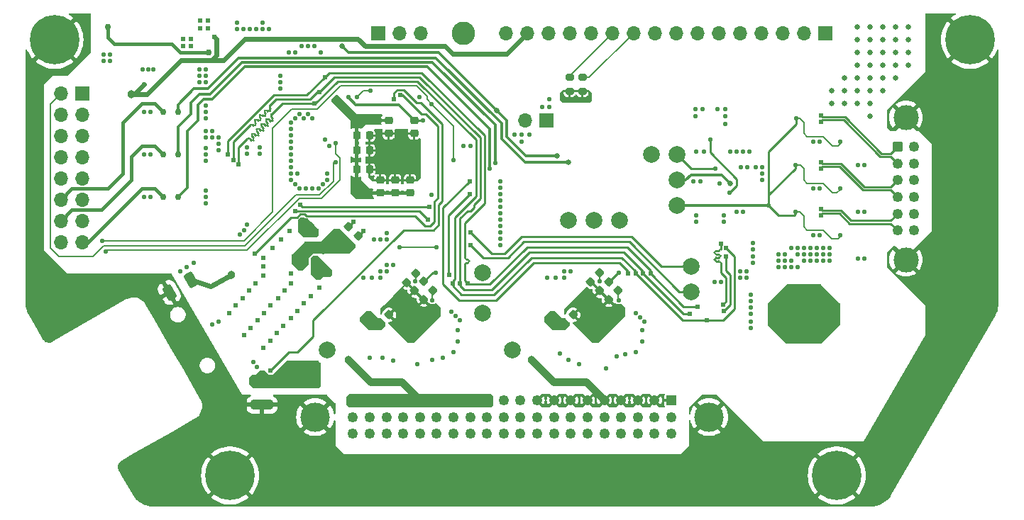
<source format=gbl>
%TF.GenerationSoftware,KiCad,Pcbnew,7.0.1-0*%
%TF.CreationDate,2023-07-11T13:22:56-05:00*%
%TF.ProjectId,plenum,706c656e-756d-42e6-9b69-6361645f7063,2*%
%TF.SameCoordinates,PXbe27330PY316a640*%
%TF.FileFunction,Copper,L4,Bot*%
%TF.FilePolarity,Positive*%
%FSLAX46Y46*%
G04 Gerber Fmt 4.6, Leading zero omitted, Abs format (unit mm)*
G04 Created by KiCad (PCBNEW 7.0.1-0) date 2023-07-11 13:22:56*
%MOMM*%
%LPD*%
G01*
G04 APERTURE LIST*
G04 Aperture macros list*
%AMRoundRect*
0 Rectangle with rounded corners*
0 $1 Rounding radius*
0 $2 $3 $4 $5 $6 $7 $8 $9 X,Y pos of 4 corners*
0 Add a 4 corners polygon primitive as box body*
4,1,4,$2,$3,$4,$5,$6,$7,$8,$9,$2,$3,0*
0 Add four circle primitives for the rounded corners*
1,1,$1+$1,$2,$3*
1,1,$1+$1,$4,$5*
1,1,$1+$1,$6,$7*
1,1,$1+$1,$8,$9*
0 Add four rect primitives between the rounded corners*
20,1,$1+$1,$2,$3,$4,$5,0*
20,1,$1+$1,$4,$5,$6,$7,0*
20,1,$1+$1,$6,$7,$8,$9,0*
20,1,$1+$1,$8,$9,$2,$3,0*%
%AMFreePoly0*
4,1,21,-0.625000,0.375000,-0.605970,0.470671,-0.551777,0.551777,-0.470671,0.605970,-0.375000,0.625000,0.375000,0.625000,0.470671,0.605970,0.551777,0.551777,0.605970,0.470671,0.625000,0.375000,0.625000,-0.375000,0.605970,-0.470671,0.551777,-0.551777,0.470671,-0.605970,0.375000,-0.625000,-0.375000,-0.625000,-0.470671,-0.605970,-0.551777,-0.551777,-0.605970,-0.470671,-0.625000,-0.375000,
-0.625000,0.375000,-0.625000,0.375000,$1*%
G04 Aperture macros list end*
%TA.AperFunction,SMDPad,CuDef*%
%ADD10RoundRect,0.225000X0.017678X-0.335876X0.335876X-0.017678X-0.017678X0.335876X-0.335876X0.017678X0*%
%TD*%
%TA.AperFunction,SMDPad,CuDef*%
%ADD11RoundRect,0.250000X0.689429X0.229810X0.229810X0.689429X-0.689429X-0.229810X-0.229810X-0.689429X0*%
%TD*%
%TA.AperFunction,ComponentPad*%
%ADD12C,5.892800*%
%TD*%
%TA.AperFunction,ComponentPad*%
%ADD13C,2.000000*%
%TD*%
%TA.AperFunction,SMDPad,CuDef*%
%ADD14RoundRect,0.225000X-0.017678X0.335876X-0.335876X0.017678X0.017678X-0.335876X0.335876X-0.017678X0*%
%TD*%
%TA.AperFunction,ComponentPad*%
%ADD15C,2.800000*%
%TD*%
%TA.AperFunction,ComponentPad*%
%ADD16R,1.700000X1.700000*%
%TD*%
%TA.AperFunction,ComponentPad*%
%ADD17O,1.700000X1.700000*%
%TD*%
%TA.AperFunction,ComponentPad*%
%ADD18C,3.000000*%
%TD*%
%TA.AperFunction,ComponentPad*%
%ADD19RoundRect,0.312500X0.312500X-0.312500X0.312500X0.312500X-0.312500X0.312500X-0.312500X-0.312500X0*%
%TD*%
%TA.AperFunction,ComponentPad*%
%ADD20C,1.250000*%
%TD*%
%TA.AperFunction,ComponentPad*%
%ADD21C,3.500000*%
%TD*%
%TA.AperFunction,ComponentPad*%
%ADD22FreePoly0,90.000000*%
%TD*%
%TA.AperFunction,SMDPad,CuDef*%
%ADD23RoundRect,0.250000X1.075000X-0.312500X1.075000X0.312500X-1.075000X0.312500X-1.075000X-0.312500X0*%
%TD*%
%TA.AperFunction,SMDPad,CuDef*%
%ADD24RoundRect,0.250000X-0.689429X-0.229810X-0.229810X-0.689429X0.689429X0.229810X0.229810X0.689429X0*%
%TD*%
%TA.AperFunction,SMDPad,CuDef*%
%ADD25RoundRect,0.225000X0.250000X-0.225000X0.250000X0.225000X-0.250000X0.225000X-0.250000X-0.225000X0*%
%TD*%
%TA.AperFunction,SMDPad,CuDef*%
%ADD26RoundRect,0.225000X-0.225000X-0.250000X0.225000X-0.250000X0.225000X0.250000X-0.225000X0.250000X0*%
%TD*%
%TA.AperFunction,SMDPad,CuDef*%
%ADD27RoundRect,0.250000X-0.043542X0.725417X-0.606458X0.400417X0.043542X-0.725417X0.606458X-0.400417X0*%
%TD*%
%TA.AperFunction,SMDPad,CuDef*%
%ADD28RoundRect,0.200000X-0.275000X0.200000X-0.275000X-0.200000X0.275000X-0.200000X0.275000X0.200000X0*%
%TD*%
%TA.AperFunction,SMDPad,CuDef*%
%ADD29RoundRect,0.225000X-0.250000X0.225000X-0.250000X-0.225000X0.250000X-0.225000X0.250000X0.225000X0*%
%TD*%
%TA.AperFunction,ViaPad*%
%ADD30C,0.609600*%
%TD*%
%TA.AperFunction,ViaPad*%
%ADD31C,0.558800*%
%TD*%
%TA.AperFunction,ViaPad*%
%ADD32C,0.660400*%
%TD*%
%TA.AperFunction,ViaPad*%
%ADD33C,0.965200*%
%TD*%
%TA.AperFunction,ViaPad*%
%ADD34C,0.762000*%
%TD*%
%TA.AperFunction,Conductor*%
%ADD35C,0.406400*%
%TD*%
%TA.AperFunction,Conductor*%
%ADD36C,0.609600*%
%TD*%
%TA.AperFunction,Conductor*%
%ADD37C,0.304800*%
%TD*%
%TA.AperFunction,Conductor*%
%ADD38C,0.254000*%
%TD*%
%TA.AperFunction,Conductor*%
%ADD39C,0.203200*%
%TD*%
%TA.AperFunction,Conductor*%
%ADD40C,0.914400*%
%TD*%
G04 APERTURE END LIST*
D10*
%TO.P,C53,1*%
%TO.N,GND*%
X-75224008Y-23408008D03*
%TO.P,C53,2*%
%TO.N,/eth_phy/ETH.TX_N*%
X-74127992Y-22311992D03*
%TD*%
D11*
%TO.P,C51,1*%
%TO.N,+3V3*%
X-77570017Y-27585983D03*
%TO.P,C51,2*%
%TO.N,GND*%
X-79655983Y-25500017D03*
%TD*%
D12*
%TO.P,H4,1,1*%
%TO.N,GNDPWR*%
X-88265000Y-52070000D03*
%TD*%
%TO.P,H3,1,1*%
%TO.N,GNDPWR*%
X-15875000Y-52070000D03*
%TD*%
%TO.P,H2,1,1*%
%TO.N,GNDPWR*%
X-109220000Y0D03*
%TD*%
%TO.P,H1,1,1*%
%TO.N,GNDPWR*%
X0Y0D03*
%TD*%
D13*
%TO.P,TP13,1,1*%
%TO.N,/microcontroller/TEMP2_READY*%
X-58166000Y-32639000D03*
%TD*%
%TO.P,TP16,1,1*%
%TO.N,Net-(U18-CH1)*%
X-76708000Y-37084000D03*
%TD*%
%TO.P,TP4,1,1*%
%TO.N,/microcontroller/TEMP_nRESET*%
X-44831000Y-21590000D03*
%TD*%
D14*
%TO.P,C52,2*%
%TO.N,GND*%
X-74081008Y-24551008D03*
%TO.P,C52,1*%
%TO.N,/eth_phy/ETH.TX_P*%
X-72984992Y-23454992D03*
%TD*%
D13*
%TO.P,TP2,1,1*%
%TO.N,Net-(U19-CH1)*%
X-54610000Y-37084000D03*
%TD*%
D15*
%TO.P,TP1,1,1*%
%TO.N,Net-(J9-Pin_3)*%
X-60452000Y762000D03*
%TD*%
D16*
%TO.P,J7,1,Pin_1*%
%TO.N,+3V3*%
X-17272000Y762000D03*
D17*
%TO.P,J7,2,Pin_2*%
%TO.N,/microcontroller/INTRPT3*%
X-19812000Y762000D03*
%TO.P,J7,3,Pin_3*%
%TO.N,/microcontroller/RA3*%
X-22352000Y762000D03*
%TO.P,J7,4,Pin_4*%
%TO.N,/microcontroller/RA2*%
X-24892000Y762000D03*
%TO.P,J7,5,Pin_5*%
%TO.N,/microcontroller/RA5*%
X-27432000Y762000D03*
%TO.P,J7,6,Pin_6*%
%TO.N,/microcontroller/RA4*%
X-29972000Y762000D03*
%TO.P,J7,7,Pin_7*%
%TO.N,/microcontroller/RC1*%
X-32512000Y762000D03*
%TO.P,J7,8,Pin_8*%
%TO.N,/microcontroller/RC0*%
X-35052000Y762000D03*
%TO.P,J7,9,Pin_9*%
%TO.N,/microcontroller/RC2*%
X-37592000Y762000D03*
%TO.P,J7,10,Pin_10*%
%TO.N,/microcontroller/UART.TX*%
X-40132000Y762000D03*
%TO.P,J7,11,Pin_11*%
%TO.N,/microcontroller/UART.RX*%
X-42672000Y762000D03*
%TO.P,J7,12,Pin_12*%
%TO.N,unconnected-(J7-Pin_12-Pad12)*%
X-45212000Y762000D03*
%TO.P,J7,13,Pin_13*%
%TO.N,unconnected-(J7-Pin_13-Pad13)*%
X-47752000Y762000D03*
%TO.P,J7,14,Pin_14*%
%TO.N,unconnected-(J7-Pin_14-Pad14)*%
X-50292000Y762000D03*
%TO.P,J7,15,Pin_15*%
%TO.N,+5V*%
X-52832000Y762000D03*
%TO.P,J7,16,Pin_16*%
%TO.N,GND*%
X-55372000Y762000D03*
%TD*%
D16*
%TO.P,J9,1,Pin_1*%
%TO.N,+3V3*%
X-70612000Y762000D03*
D17*
%TO.P,J9,2,Pin_2*%
%TO.N,/microcontroller/AVDD*%
X-68072000Y762000D03*
%TO.P,J9,3,Pin_3*%
%TO.N,Net-(J9-Pin_3)*%
X-65532000Y762000D03*
%TD*%
D13*
%TO.P,TP5,1,1*%
%TO.N,/microcontroller/INTRPT0*%
X-34925000Y-19812000D03*
%TD*%
%TO.P,TP14,1,1*%
%TO.N,/microcontroller/TEMP1_READY*%
X-47879000Y-21590000D03*
%TD*%
%TO.P,TP6,1,1*%
%TO.N,/power/PPS*%
X-34925000Y-16764000D03*
%TD*%
%TO.P,TP12,1,1*%
%TO.N,/microcontroller/SPI.nCS2*%
X-58166000Y-27813000D03*
%TD*%
%TO.P,TP11,1,1*%
%TO.N,/microcontroller/SPI.nCS1*%
X-41783000Y-21590000D03*
%TD*%
D18*
%TO.P,J4,MP,MountPin*%
%TO.N,GNDPWR*%
X-7620000Y-26280000D03*
X-7620000Y-9280000D03*
D19*
%TO.P,J4,a1,Pin_a1*%
%TO.N,/sync/SYNC1+*%
X-8620000Y-12780000D03*
D20*
%TO.P,J4,a2,Pin_a2*%
%TO.N,/sync/SYNC1-*%
X-8620000Y-14780000D03*
%TO.P,J4,a3,Pin_a3*%
%TO.N,/sync/SYNC3+*%
X-8620000Y-16780000D03*
%TO.P,J4,a4,Pin_a4*%
%TO.N,/sync/SYNC3-*%
X-8620000Y-18780000D03*
%TO.P,J4,a5,Pin_a5*%
%TO.N,/sync/SYNC5+*%
X-8620000Y-20780000D03*
%TO.P,J4,a6,Pin_a6*%
%TO.N,/sync/SYNC5-*%
X-8620000Y-22780000D03*
%TO.P,J4,b1,Pin_b1*%
%TO.N,/sync/SYNC2+*%
X-6620000Y-12780000D03*
%TO.P,J4,b2,Pin_b2*%
%TO.N,/sync/SYNC2-*%
X-6620000Y-14780000D03*
%TO.P,J4,b3,Pin_b3*%
%TO.N,/sync/SYNC4+*%
X-6620000Y-16780000D03*
%TO.P,J4,b4,Pin_b4*%
%TO.N,/sync/SYNC4-*%
X-6620000Y-18780000D03*
%TO.P,J4,b5,Pin_b5*%
%TO.N,/sync/SYNC6+*%
X-6620000Y-20780000D03*
%TO.P,J4,b6,Pin_b6*%
%TO.N,/sync/SYNC6-*%
X-6620000Y-22780000D03*
%TD*%
D16*
%TO.P,J1,1,Pin_1*%
%TO.N,Net-(J1-Pin_1)*%
X-50541000Y-9652000D03*
D17*
%TO.P,J1,2,Pin_2*%
%TO.N,Net-(J1-Pin_2)*%
X-53081000Y-9652000D03*
%TD*%
D13*
%TO.P,TP9,1,1*%
%TO.N,/microcontroller/SPI.nCS5*%
X-33274000Y-27051000D03*
%TD*%
%TO.P,TP8,1,1*%
%TO.N,/sync/nQ*%
X-37973000Y-13716000D03*
%TD*%
%TO.P,TP10,1,1*%
%TO.N,/microcontroller/SPI.nCS6*%
X-33274000Y-30099000D03*
%TD*%
D21*
%TO.P,J3,MP,MountPin*%
%TO.N,GNDPWR*%
X-78110000Y-45085000D03*
X-31110000Y-45085000D03*
D22*
%TO.P,J3,a1*%
%TO.N,/rtd/TEMP1.RSENSE*%
X-35610000Y-43085000D03*
D20*
%TO.P,J3,a2*%
X-37610000Y-43085000D03*
%TO.P,J3,a3*%
X-39610000Y-43085000D03*
%TO.P,J3,a4*%
X-41610000Y-43085000D03*
%TO.P,J3,a5*%
X-43610000Y-43085000D03*
%TO.P,J3,a6*%
X-45610000Y-43085000D03*
%TO.P,J3,a7*%
X-47610000Y-43085000D03*
%TO.P,J3,a8*%
X-49610000Y-43085000D03*
%TO.P,J3,a9*%
X-51610000Y-43085000D03*
%TO.P,J3,a10*%
%TO.N,GND*%
X-53610000Y-43085000D03*
%TO.P,J3,a11*%
X-55610000Y-43085000D03*
%TO.P,J3,a12*%
%TO.N,/rtd/TEMP2.RSENSE*%
X-57610000Y-43085000D03*
%TO.P,J3,a13*%
X-59610000Y-43085000D03*
%TO.P,J3,a14*%
X-61610000Y-43085000D03*
%TO.P,J3,a15*%
X-63610000Y-43085000D03*
%TO.P,J3,a16*%
X-65610000Y-43085000D03*
%TO.P,J3,a17*%
X-67610000Y-43085000D03*
%TO.P,J3,a18*%
X-69610000Y-43085000D03*
%TO.P,J3,a19*%
X-71610000Y-43085000D03*
%TO.P,J3,a20*%
X-73610000Y-43085000D03*
%TO.P,J3,b1*%
%TO.N,/rtd/TEMP1.CH20*%
X-35610000Y-45085000D03*
%TO.P,J3,b2*%
%TO.N,/rtd/TEMP1.CH18*%
X-37610000Y-45085000D03*
%TO.P,J3,b3*%
%TO.N,/rtd/TEMP1.CH16*%
X-39610000Y-45085000D03*
%TO.P,J3,b4*%
%TO.N,/rtd/TEMP1.CH14*%
X-41610000Y-45085000D03*
%TO.P,J3,b5*%
%TO.N,/rtd/TEMP1.CH12*%
X-43610000Y-45085000D03*
%TO.P,J3,b6*%
%TO.N,/rtd/TEMP1.CH10*%
X-45610000Y-45085000D03*
%TO.P,J3,b7*%
%TO.N,/rtd/TEMP1.CH8*%
X-47610000Y-45085000D03*
%TO.P,J3,b8*%
%TO.N,/rtd/TEMP1.CH6*%
X-49610000Y-45085000D03*
%TO.P,J3,b9*%
%TO.N,/rtd/TEMP1.CH4*%
X-51610000Y-45085000D03*
%TO.P,J3,b10*%
%TO.N,GND*%
X-53610000Y-45085000D03*
%TO.P,J3,b11*%
X-55610000Y-45085000D03*
%TO.P,J3,b12*%
%TO.N,/rtd/TEMP2.CH20*%
X-57610000Y-45085000D03*
%TO.P,J3,b13*%
%TO.N,/rtd/TEMP2.CH18*%
X-59610000Y-45085000D03*
%TO.P,J3,b14*%
%TO.N,/rtd/TEMP2.CH16*%
X-61610000Y-45085000D03*
%TO.P,J3,b15*%
%TO.N,/rtd/TEMP2.CH14*%
X-63610000Y-45085000D03*
%TO.P,J3,b16*%
%TO.N,/rtd/TEMP2.CH12*%
X-65610000Y-45085000D03*
%TO.P,J3,b17*%
%TO.N,/rtd/TEMP2.CH10*%
X-67610000Y-45085000D03*
%TO.P,J3,b18*%
%TO.N,/rtd/TEMP2.CH8*%
X-69610000Y-45085000D03*
%TO.P,J3,b19*%
%TO.N,/rtd/TEMP2.CH6*%
X-71610000Y-45085000D03*
%TO.P,J3,b20*%
%TO.N,/rtd/TEMP2.CH4*%
X-73610000Y-45085000D03*
%TO.P,J3,c1*%
%TO.N,/rtd/TEMP1.CH19*%
X-35610000Y-47085000D03*
%TO.P,J3,c2*%
%TO.N,/rtd/TEMP1.CH17*%
X-37610000Y-47085000D03*
%TO.P,J3,c3*%
%TO.N,/rtd/TEMP1.CH15*%
X-39610000Y-47085000D03*
%TO.P,J3,c4*%
%TO.N,/rtd/TEMP1.CH13*%
X-41610000Y-47085000D03*
%TO.P,J3,c5*%
%TO.N,/rtd/TEMP1.CH11*%
X-43610000Y-47085000D03*
%TO.P,J3,c6*%
%TO.N,/rtd/TEMP1.CH9*%
X-45610000Y-47085000D03*
%TO.P,J3,c7*%
%TO.N,/rtd/TEMP1.CH7*%
X-47610000Y-47085000D03*
%TO.P,J3,c8*%
%TO.N,/rtd/TEMP1.CH5*%
X-49610000Y-47085000D03*
%TO.P,J3,c9*%
%TO.N,/rtd/TEMP1.CH3*%
X-51610000Y-47085000D03*
%TO.P,J3,c10*%
%TO.N,GND*%
X-53610000Y-47085000D03*
%TO.P,J3,c11*%
X-55610000Y-47085000D03*
%TO.P,J3,c12*%
%TO.N,/rtd/TEMP2.CH19*%
X-57610000Y-47085000D03*
%TO.P,J3,c13*%
%TO.N,/rtd/TEMP2.CH17*%
X-59610000Y-47085000D03*
%TO.P,J3,c14*%
%TO.N,/rtd/TEMP2.CH15*%
X-61610000Y-47085000D03*
%TO.P,J3,c15*%
%TO.N,/rtd/TEMP2.CH13*%
X-63610000Y-47085000D03*
%TO.P,J3,c16*%
%TO.N,/rtd/TEMP2.CH11*%
X-65610000Y-47085000D03*
%TO.P,J3,c17*%
%TO.N,/rtd/TEMP2.CH9*%
X-67610000Y-47085000D03*
%TO.P,J3,c18*%
%TO.N,/rtd/TEMP2.CH7*%
X-69610000Y-47085000D03*
%TO.P,J3,c19*%
%TO.N,/rtd/TEMP2.CH5*%
X-71610000Y-47085000D03*
%TO.P,J3,c20*%
%TO.N,/rtd/TEMP2.CH3*%
X-73610000Y-47085000D03*
%TD*%
D13*
%TO.P,TP7,1,1*%
%TO.N,/sync/Q*%
X-34925000Y-13716000D03*
%TD*%
D23*
%TO.P,R11,1*%
%TO.N,GNDPWR*%
X-84455000Y-43626500D03*
%TO.P,R11,2*%
%TO.N,GND*%
X-84455000Y-40701500D03*
%TD*%
D14*
%TO.P,C32,1*%
%TO.N,GND*%
X-69301992Y-32852992D03*
%TO.P,C32,2*%
%TO.N,/rtd/VREF2*%
X-70398008Y-33949008D03*
%TD*%
D24*
%TO.P,C50,2*%
%TO.N,GND*%
X-76935017Y-24664983D03*
%TO.P,C50,1*%
%TO.N,Net-(C50-Pad1)*%
X-79020983Y-22579017D03*
%TD*%
D10*
%TO.P,C30,1*%
%TO.N,GND*%
X-65148357Y-31052274D03*
%TO.P,C30,2*%
%TO.N,/rtd/LDO2*%
X-64052341Y-29956258D03*
%TD*%
D14*
%TO.P,C33,1*%
%TO.N,GND*%
X-47330992Y-32852992D03*
%TO.P,C33,2*%
%TO.N,/rtd/VREF1*%
X-48427008Y-33949008D03*
%TD*%
D25*
%TO.P,C6,1*%
%TO.N,+3V3*%
X-66802000Y-18301000D03*
%TO.P,C6,2*%
%TO.N,GND*%
X-66802000Y-16751000D03*
%TD*%
D26*
%TO.P,C10,1*%
%TO.N,+3V3*%
X-73165000Y-15494000D03*
%TO.P,C10,2*%
%TO.N,GND*%
X-71615000Y-15494000D03*
%TD*%
D10*
%TO.P,C36,1*%
%TO.N,GND*%
X-66225988Y-29974644D03*
%TO.P,C36,2*%
%TO.N,+3V3*%
X-65129972Y-28878628D03*
%TD*%
D25*
%TO.P,C9,1*%
%TO.N,+3V3*%
X-70358000Y-18301000D03*
%TO.P,C9,2*%
%TO.N,GND*%
X-70358000Y-16751000D03*
%TD*%
D27*
%TO.P,C49,1*%
%TO.N,Net-(C49-Pad1)*%
X-92956613Y-28726500D03*
%TO.P,C49,2*%
%TO.N,GNDPWR*%
X-95511387Y-30201500D03*
%TD*%
D10*
%TO.P,C37,1*%
%TO.N,GND*%
X-44160235Y-29992578D03*
%TO.P,C37,2*%
%TO.N,+3V3*%
X-43064219Y-28896562D03*
%TD*%
%TO.P,C28,1*%
%TO.N,GND*%
X-67223008Y-28996008D03*
%TO.P,C28,2*%
%TO.N,Net-(U18-Q3)*%
X-66126992Y-27899992D03*
%TD*%
D16*
%TO.P,J2,1,Pin_1*%
%TO.N,+5V*%
X-105918000Y-6386830D03*
D17*
%TO.P,J2,2,Pin_2*%
%TO.N,/microcontroller/PGC*%
X-108458000Y-6386830D03*
%TO.P,J2,3,Pin_3*%
%TO.N,+5V*%
X-105918000Y-8926830D03*
%TO.P,J2,4,Pin_4*%
%TO.N,/microcontroller/PGD*%
X-108458000Y-8926830D03*
%TO.P,J2,5,Pin_5*%
%TO.N,/power/SCK*%
X-105918000Y-11466830D03*
%TO.P,J2,6,Pin_6*%
%TO.N,GND*%
X-108458000Y-11466830D03*
%TO.P,J2,7,Pin_7*%
%TO.N,/power/SDI*%
X-105918000Y-14006830D03*
%TO.P,J2,8,Pin_8*%
%TO.N,+3V3*%
X-108458000Y-14006830D03*
%TO.P,J2,9,Pin_9*%
%TO.N,/power/SDO*%
X-105918000Y-16546830D03*
%TO.P,J2,10,Pin_10*%
%TO.N,/microcontroller/nMCLR*%
X-108458000Y-16546830D03*
%TO.P,J2,11,Pin_11*%
%TO.N,/power/nCS3*%
X-105918000Y-19086830D03*
%TO.P,J2,12,Pin_12*%
%TO.N,/power/PPS_in*%
X-108458000Y-19086830D03*
%TO.P,J2,13,Pin_13*%
%TO.N,/power/nCS4*%
X-105918000Y-21626830D03*
%TO.P,J2,14,Pin_14*%
%TO.N,/power/SHUTTER_in*%
X-108458000Y-21626830D03*
%TO.P,J2,15,Pin_15*%
%TO.N,/power/PRELAUNCH_in*%
X-105918000Y-24166830D03*
%TO.P,J2,16,Pin_16*%
%TO.N,GND*%
X-108458000Y-24166830D03*
%TD*%
D26*
%TO.P,C4,1*%
%TO.N,+3V3*%
X-73165000Y-11430000D03*
%TO.P,C4,2*%
%TO.N,GND*%
X-71615000Y-11430000D03*
%TD*%
%TO.P,C8,1*%
%TO.N,+3V3*%
X-73165000Y-13208000D03*
%TO.P,C8,2*%
%TO.N,GND*%
X-71615000Y-13208000D03*
%TD*%
D10*
%TO.P,C29,1*%
%TO.N,GND*%
X-45228673Y-28905755D03*
%TO.P,C29,2*%
%TO.N,Net-(U19-Q3)*%
X-44132657Y-27809739D03*
%TD*%
D28*
%TO.P,R26,1*%
%TO.N,/microcontroller/UART.RX*%
X-47752000Y-4509000D03*
%TO.P,R26,2*%
%TO.N,+3V3*%
X-47752000Y-6159000D03*
%TD*%
D25*
%TO.P,C5,1*%
%TO.N,+3V3*%
X-68580000Y-18301000D03*
%TO.P,C5,2*%
%TO.N,GND*%
X-68580000Y-16751000D03*
%TD*%
D29*
%TO.P,C11,1*%
%TO.N,/microcontroller/AVDD*%
X-66294000Y-9639000D03*
%TO.P,C11,2*%
%TO.N,GND*%
X-66294000Y-11189000D03*
%TD*%
%TO.P,C7,1*%
%TO.N,+3V3*%
X-69342000Y-9639000D03*
%TO.P,C7,2*%
%TO.N,GND*%
X-69342000Y-11189000D03*
%TD*%
D28*
%TO.P,R25,1*%
%TO.N,/microcontroller/UART.TX*%
X-46228000Y-4509000D03*
%TO.P,R25,2*%
%TO.N,+3V3*%
X-46228000Y-6159000D03*
%TD*%
D10*
%TO.P,C31,1*%
%TO.N,GND*%
X-43082604Y-31070209D03*
%TO.P,C31,2*%
%TO.N,/rtd/LDO1*%
X-41986588Y-29974193D03*
%TD*%
D30*
%TO.N,+3V3*%
X-93853000Y-762000D03*
X-93853000Y127000D03*
X-92964000Y127000D03*
X-92964000Y-762000D03*
X-91821000Y1397000D03*
X-91821000Y2286000D03*
X-90932000Y2286000D03*
X-90932000Y1397000D03*
%TO.N,+5V*%
X-90170000Y381000D03*
D31*
%TO.N,GND*%
X-54356000Y-11303000D03*
D30*
X-77597000Y-29591000D03*
X-78613000Y-30607000D03*
X-81153000Y-22860000D03*
X-82169000Y-23876000D03*
X-83185000Y-24892000D03*
X-84328000Y-26035000D03*
X-84328000Y-27051000D03*
X-87630000Y-31750000D03*
X-88392000Y-32639000D03*
X-85217000Y-29083000D03*
X-85979000Y-29972000D03*
X-86741000Y-30861000D03*
X-84328000Y-28194000D03*
X-84328000Y-36830000D03*
X-79502000Y-31496000D03*
X-81915000Y-34163000D03*
X-82677000Y-35052000D03*
X-80264000Y-32385000D03*
X-83439000Y-35941000D03*
X-81026000Y-33274000D03*
X-85852000Y-34417000D03*
X-86614000Y-35306000D03*
X-83439000Y-31750000D03*
X-84201000Y-32639000D03*
X-84963000Y-33528000D03*
X-82550000Y-30861000D03*
X-81788000Y-29972000D03*
X-81026000Y-29083000D03*
X-81026000Y-27940000D03*
%TO.N,+3V3*%
X-76454000Y-27940000D03*
X-78232000Y-26162000D03*
%TO.N,GND*%
X-79248000Y-26543000D03*
X-79883000Y-27178000D03*
X-80518000Y-26543000D03*
X-78613000Y-24511000D03*
X-75819000Y-25146000D03*
X-75068255Y-24395255D03*
%TO.N,/eth_phy/ETH.TX_P*%
X-72390000Y-22860000D03*
%TO.N,/eth_phy/ETH.TX_N*%
X-73533000Y-21717000D03*
%TO.N,Net-(C50-Pad1)*%
X-78105000Y-23241000D03*
X-79756000Y-21590000D03*
D31*
%TO.N,GND*%
X-59563000Y-12700000D03*
X-60452000Y-12700000D03*
D32*
X-14986000Y-6096000D03*
D31*
X-76454000Y-12700000D03*
X-83644000Y1270000D03*
D32*
X-13462000Y-4572000D03*
X-13462000Y0D03*
D31*
X-44165184Y-31973185D03*
X-84406000Y1270000D03*
X-91186000Y-12954000D03*
X-78994000Y-8890000D03*
D32*
X-18288000Y-29972000D03*
D31*
X-92583000Y-26670000D03*
X-44704000Y-32512000D03*
D32*
X-16510000Y-6096000D03*
D31*
X-86692000Y1270000D03*
X-91948000Y-4318000D03*
X-82042000Y-40386000D03*
X-69596000Y-12446000D03*
X-69596000Y-23876000D03*
X-91948000Y-5080000D03*
D32*
X-11938000Y-7620000D03*
D31*
X-45781630Y-32512000D03*
D32*
X-13462000Y-3048000D03*
X-7366000Y-1524000D03*
D31*
X-87454000Y2032000D03*
X-26161999Y-32003999D03*
X-68072000Y-15494000D03*
X-81280000Y-38862000D03*
X-45242815Y-33050816D03*
X-18669000Y-12192000D03*
X-67310000Y-15494000D03*
X-71120000Y-23876000D03*
D32*
X-22860000Y-32766000D03*
X-10414000Y-6096000D03*
X-19812000Y-34290000D03*
D31*
X-81026000Y-15240000D03*
X-67310000Y-13970000D03*
X-81026000Y-12954000D03*
X-98552000Y-8636000D03*
X-69596000Y-15494000D03*
D32*
X-8890000Y-3048000D03*
D31*
X-66675000Y-32512000D03*
X-91186000Y-8636000D03*
X-26289000Y-13335000D03*
X-66675000Y-31434370D03*
X-76708000Y-16002000D03*
X-70358000Y-12446000D03*
X-68834000Y-13970000D03*
X-29337000Y-21717000D03*
X-85168000Y1270000D03*
X-86614000Y-22733000D03*
X-18669000Y-23368000D03*
X-84455000Y-39751000D03*
D32*
X-8890000Y-1524000D03*
D31*
X-25908000Y-26669999D03*
D32*
X-18288000Y-34290000D03*
D31*
X-67213815Y-33050816D03*
X-61849000Y-32512000D03*
D32*
X-10414000Y-4572000D03*
D31*
X-91186000Y-13716000D03*
X-67310000Y-12446000D03*
D32*
X-13462000Y-1524000D03*
D31*
X-77724000Y-17780000D03*
X-17907000Y-12192000D03*
X-49403000Y-28448000D03*
X-80518000Y-17272000D03*
X-91186000Y-18034000D03*
D32*
X-11938000Y0D03*
D31*
X-12573000Y-20574000D03*
X-29717999Y-28956000D03*
X-80518000Y-39624000D03*
X-81026000Y-14478000D03*
X-18669000Y-17780000D03*
X-43626369Y-32512000D03*
X-82296000Y-4318000D03*
X-91186000Y-9398000D03*
X-12573000Y-14986000D03*
X-13335000Y-26162000D03*
X-64262000Y-18542000D03*
X-97790000Y-13716000D03*
X-32766000Y-9144000D03*
X-87122000Y-23241000D03*
X-81026000Y-16002000D03*
X-70358000Y-14732000D03*
X-81280000Y-41148000D03*
X-27051000Y-13335000D03*
X-91186000Y-14478000D03*
X-81026000Y-10668000D03*
X-91186000Y-19558000D03*
X-80518000Y-40386000D03*
X-102616000Y-2540000D03*
D32*
X-11938000Y-3048000D03*
X-21336000Y-32766000D03*
D31*
X-70358000Y-13208000D03*
X-65597369Y-32512000D03*
X-81026000Y-9906000D03*
X-80518000Y-41148000D03*
D32*
X-16764000Y-31242000D03*
D31*
X-32131000Y-16891000D03*
X-80264000Y-16002000D03*
D32*
X-10414000Y0D03*
D31*
X-33020000Y-16891000D03*
X-98048000Y-3556000D03*
D32*
X-11938000Y-6096000D03*
D31*
X-60833000Y-33528000D03*
D32*
X-10414000Y-1524000D03*
D31*
X-84709000Y-12827000D03*
X-78486000Y-9398000D03*
X-103378000Y-2540000D03*
X-27305000Y-15240000D03*
X-66136184Y-31973185D03*
D32*
X-21336000Y-35560000D03*
D31*
X-32639000Y-13335000D03*
D32*
X-14986000Y-4572000D03*
X-19812000Y-32766000D03*
X-16764000Y-32766000D03*
X-19812000Y-31242000D03*
D31*
X-17907000Y-23368000D03*
X-67310000Y-14732000D03*
X-98679000Y-3556000D03*
X-26161999Y-32766000D03*
X-85471000Y-38481000D03*
X-53467000Y-12192000D03*
X-97409000Y-3556000D03*
X-68834000Y-15494000D03*
X-12573000Y-26162000D03*
X-82042000Y-39624000D03*
X-31877000Y-8255000D03*
D32*
X-11938000Y-9144000D03*
D31*
X-80518000Y-9398000D03*
D32*
X-16764000Y-34290000D03*
D31*
X-68834000Y-14732000D03*
X-72390000Y-28448000D03*
X-38862000Y-33655000D03*
X-67752630Y-32512000D03*
X-94234000Y-27686000D03*
D32*
X-22860000Y-31242000D03*
D31*
X-91186000Y-18796000D03*
X-69596000Y-13208000D03*
X-85930000Y1270000D03*
D32*
X-7366000Y1524000D03*
D31*
X-26161999Y-30480000D03*
X-68834000Y-13208000D03*
X-97790000Y-8636000D03*
X-13335000Y-14986000D03*
X-52578000Y-11303000D03*
D32*
X-16510000Y-7620000D03*
D31*
X-84406000Y2032000D03*
X-68834000Y-12446000D03*
X-67213815Y-31973185D03*
D32*
X-11938000Y-4572000D03*
X-8890000Y-4572000D03*
D31*
X-86233000Y-22098000D03*
D32*
X-10414000Y1524000D03*
X-13462000Y-7620000D03*
D31*
X-31750000Y-13335000D03*
X-50419000Y-28448000D03*
X-82296000Y-5080000D03*
X-30479999Y-28956001D03*
D32*
X-21336000Y-31242000D03*
D31*
X-81026000Y-13716000D03*
X-98552000Y-13716000D03*
X-32766000Y-8255000D03*
X-53467000Y-11303000D03*
X-44704000Y-31434370D03*
X-87454000Y1270000D03*
D32*
X-7366000Y-3048000D03*
X-21336000Y-29972000D03*
X-19812000Y-35560000D03*
D31*
X-80010000Y-8890000D03*
X-80518000Y-38862000D03*
X-102616000Y-1778000D03*
D32*
X-18288000Y-32766000D03*
X-18288000Y-35560000D03*
D31*
X-80010000Y-17780000D03*
D32*
X-18288000Y-31242000D03*
X-13462000Y1524000D03*
D31*
X-98552000Y-18796000D03*
X-77216000Y-17272000D03*
X-27051000Y-20574000D03*
X-81026000Y-16764000D03*
X-66136184Y-33050816D03*
X-82296000Y-5842000D03*
X-66675000Y-33589631D03*
X-91186000Y-7874000D03*
D32*
X-19812000Y-29972000D03*
D31*
X-76708000Y-16764000D03*
D32*
X-21336000Y-34290000D03*
D31*
X-39878000Y-32639000D03*
X-71374000Y-28448000D03*
X-25907999Y-25908001D03*
X-27813000Y-20574000D03*
D32*
X-10414000Y-3048000D03*
X-14986000Y-7620000D03*
D31*
X-69596000Y-23114000D03*
X-69596000Y-14732000D03*
D32*
X-11938000Y1524000D03*
D31*
X-76962000Y-11938000D03*
X-68072000Y-12446000D03*
X-79502000Y-9398000D03*
X-91186000Y-5080000D03*
D32*
X-11938000Y-1524000D03*
D31*
X-29845000Y-17145000D03*
X-39370000Y-33147000D03*
D32*
X-8890000Y1524000D03*
D31*
X-26543000Y-15240000D03*
X-82042000Y-41148000D03*
X-91186000Y-4318000D03*
X-91948000Y-3556000D03*
X-70358000Y-23876000D03*
X-79248000Y-17780000D03*
X-93472000Y-27178000D03*
X-68072000Y-13208000D03*
D32*
X-22860000Y-34290000D03*
X-13462000Y-6096000D03*
D31*
X-26162000Y-31242000D03*
X-29337000Y-20955000D03*
X-85090000Y-39116000D03*
X-103378000Y-1778000D03*
X-68072000Y-14732000D03*
X-78486000Y-17780000D03*
X-91186000Y-3556000D03*
D32*
X-7366000Y0D03*
D31*
X-44165184Y-33050816D03*
X-81026000Y-12192000D03*
X-61341000Y-33020000D03*
X-81280000Y-39624000D03*
X-45242815Y-31973185D03*
X-69596000Y-13970000D03*
X-67310000Y-13208000D03*
X-81280000Y-40386000D03*
X-13335000Y-20574000D03*
X-84709000Y-13589000D03*
X-70358000Y-15494000D03*
X-68072000Y-13970000D03*
X-17907000Y-17780000D03*
X-97790000Y-18796000D03*
X-81026000Y-11430000D03*
X-70358000Y-13970000D03*
D32*
X-8890000Y0D03*
D31*
X-44704000Y-33589631D03*
%TO.N,+3V3*%
X-19812000Y-24892000D03*
X-91186000Y-10922000D03*
X-50164999Y-7111999D03*
X-26162000Y-34417000D03*
X-56007000Y-19177000D03*
X-90424000Y-11684000D03*
X-65659000Y-6858000D03*
X-21336000Y-24892000D03*
X-26669999Y-27685999D03*
X-19812000Y-25654000D03*
X-19050000Y-24892000D03*
X-28575000Y-13335000D03*
X-56007000Y-24511000D03*
X-24765000Y-16764000D03*
X-56007000Y-19939000D03*
X-19050000Y-25654000D03*
X-27813000Y-13335000D03*
X-48514000Y-7112000D03*
X-20574000Y-25654000D03*
X-70358000Y-27686000D03*
X-46228000Y-7112000D03*
X-81231000Y-1524000D03*
X-73279000Y-17780000D03*
X-47752000Y-7112000D03*
X-68834000Y-26924000D03*
X-19050000Y-26416000D03*
X-56007000Y-23749000D03*
X-48387000Y-27686000D03*
X-56007000Y-22987000D03*
X-22860000Y-26416000D03*
X-18288000Y-26416000D03*
X-74168000Y-8636000D03*
X-29210000Y-8255000D03*
X-16764000Y-25654000D03*
X-25907999Y-25019000D03*
X-26161999Y-33655000D03*
X-27431998Y-28448000D03*
X-78945000Y-762000D03*
X-73406000Y-9398000D03*
X-89662000Y-12446000D03*
X-25527000Y-15240000D03*
X-73152000Y-12319000D03*
X-18288000Y-25654000D03*
X-21336000Y-27178000D03*
X-22098000Y-27178000D03*
X-32639000Y-21717000D03*
X-56007000Y-17653000D03*
X-29210000Y-10033000D03*
X-18288000Y-24892000D03*
X-22098000Y-26416000D03*
X-56007000Y-18415000D03*
X-72644000Y-18415000D03*
X-51054000Y-8001000D03*
X-17526000Y-24892000D03*
X-56007000Y-16891000D03*
X-16764000Y-26416000D03*
X-90424000Y-34036000D03*
X-17526000Y-26416000D03*
X-69469000Y-18288000D03*
X-90424000Y-10922000D03*
X-21336000Y-26416000D03*
X-50165001Y-8000998D03*
X-45466000Y-7112000D03*
X-69596000Y-27686000D03*
X-89662000Y-11684000D03*
X-56007000Y-22225000D03*
X-26670000Y-28448000D03*
X-86233000Y-12827000D03*
X-78183000Y-762000D03*
X-22098000Y-25654000D03*
X-79707000Y-762000D03*
X-75692000Y-7112000D03*
X-30099000Y-8255000D03*
X-29210000Y-9144000D03*
X-70358000Y-9652000D03*
X-16764000Y-24892000D03*
X-17526000Y-25654000D03*
X-20574000Y-27178000D03*
X-24765000Y-15240000D03*
X-47625000Y-27686000D03*
X-19812000Y-26416000D03*
X-48387000Y-28448000D03*
X-74930000Y-7874000D03*
X-32639000Y-20955000D03*
X-80469000Y-1524000D03*
X-22860000Y-25654000D03*
X-69596000Y-26924000D03*
X-41910000Y-27813000D03*
X-91186000Y-11684000D03*
X-77421000Y-1524000D03*
X-63754000Y-27813000D03*
X-25908000Y-24257000D03*
X-67691000Y-18288000D03*
X-86233000Y-13589000D03*
X-89662000Y-13208000D03*
X-27431999Y-27686001D03*
X-56007000Y-20701000D03*
X-89662000Y-33655000D03*
X-20574000Y-24892000D03*
X-22860000Y-27178000D03*
X-70358000Y-28448000D03*
X-24765000Y-16002000D03*
X-46990000Y-7112000D03*
X-56007000Y-21463000D03*
%TO.N,/microcontroller/AVDD*%
X-65278000Y-9652000D03*
X-74168000Y-6858000D03*
D33*
%TO.N,+5V*%
X-100076000Y-6477000D03*
D31*
%TO.N,Net-(U18-Q3)*%
X-66167000Y-28829000D03*
%TO.N,Net-(U19-Q3)*%
X-44196000Y-28829000D03*
D30*
%TO.N,/microcontroller/SPI.nCS3*%
X-64516000Y-19939000D03*
X-79883000Y-19685000D03*
%TO.N,/microcontroller/SPI.nCS4*%
X-64643000Y-21463001D03*
X-80518000Y-20447000D03*
%TO.N,/microcontroller/SPI.SCK*%
X-59944000Y-29083000D03*
X-76962000Y-4445000D03*
X-29464000Y-31623000D03*
X-32512000Y-31877000D03*
X-38100000Y-27940000D03*
X-29718000Y-24326999D03*
X-88519000Y-13716000D03*
%TO.N,/microcontroller/SPI.SDI*%
X-38989000Y-27940000D03*
X-87884000Y-14351000D03*
X-33401000Y-32766000D03*
X-29083000Y-25908000D03*
X-77610778Y-6223000D03*
X-29337000Y-32385000D03*
X-60833000Y-29083000D03*
D34*
%TO.N,/power/SHUTTER_in*%
X-96266000Y-13716000D03*
D30*
%TO.N,/microcontroller/SPI.SDO*%
X-61722000Y-29083000D03*
X-78232000Y-7620000D03*
X-39878000Y-27940000D03*
X-29083000Y-24892000D03*
X-87249000Y-14859000D03*
X-31369000Y-33528000D03*
D34*
%TO.N,/power/PPS_in*%
X-96266000Y-8636000D03*
D31*
%TO.N,/microcontroller/nMCLR*%
X-61595000Y-14351000D03*
X-103505000Y-24003000D03*
X-64198500Y-7683500D03*
D32*
%TO.N,/microcontroller/UNLAUNCH*%
X-74881000Y-762000D03*
X-56465631Y-8431369D03*
X-49276000Y-13843000D03*
D34*
%TO.N,/power/PRELAUNCH_in*%
X-96266000Y-18796000D03*
%TO.N,Net-(R7-Pad1)*%
X-90805000Y-1524000D03*
D31*
%TO.N,+5V*%
X-98552000Y-5334000D03*
D34*
%TO.N,Net-(R7-Pad1)*%
X-102870000Y1524000D03*
D31*
%TO.N,/microcontroller/INTRPT2*%
X-56642000Y-14732000D03*
D34*
X-94488000Y-13716000D03*
D31*
%TO.N,/microcontroller/INTRPT0*%
X-20701000Y-9398000D03*
X-20828000Y-20574000D03*
X-20828000Y-14986000D03*
X-15494000Y-17780000D03*
X-15494000Y-12192000D03*
X-24003000Y-19812000D03*
X-15494000Y-23368000D03*
%TO.N,/microcontroller/INTRPT1*%
X-57277000Y-15367000D03*
D34*
X-94488000Y-18796000D03*
D31*
X-30988000Y-11938000D03*
X-28702000Y-18288000D03*
D30*
%TO.N,/microcontroller/SPI.nCS2*%
X-59690000Y-18415000D03*
X-62103000Y-28067000D03*
%TO.N,/microcontroller/SPI.nCS1*%
X-59690000Y-16891000D03*
X-40767000Y-27940000D03*
D31*
%TO.N,/microcontroller/PGD*%
X-75692000Y-12319000D03*
X-103124000Y-25273000D03*
%TO.N,/microcontroller/PGC*%
X-75692000Y-14605000D03*
%TO.N,/microcontroller/TEMP2_READY*%
X-63627000Y-24765000D03*
X-68072000Y-24765000D03*
%TO.N,/sync/Q*%
X-30353000Y-15367000D03*
D30*
%TO.N,/sync/SYNC1-*%
X-17770262Y-9767070D03*
%TO.N,/sync/SYNC1+*%
X-17762544Y-9028468D03*
%TO.N,/sync/SYNC3-*%
X-17780000Y-15355573D03*
%TO.N,/sync/SYNC3+*%
X-17780000Y-14616930D03*
%TO.N,/sync/SYNC5-*%
X-17780000Y-20943070D03*
%TO.N,/sync/SYNC5+*%
X-17763333Y-20204615D03*
%TO.N,/microcontroller/SPI.nCS6*%
X-59563000Y-24511000D03*
%TO.N,/microcontroller/SPI.nCS5*%
X-59563000Y-22987000D03*
D32*
%TO.N,GNDPWR*%
X-78740000Y-52070000D03*
X-102870000Y-31115000D03*
X-40640000Y-50165000D03*
X0Y-13970000D03*
X-3810000Y-10160000D03*
X0Y-31115000D03*
X-88265000Y-44450000D03*
X-110490000Y-29210000D03*
X-3810000Y-33020000D03*
X-63500000Y-50165000D03*
X0Y-33020000D03*
X-48260000Y-52070000D03*
D31*
X-97536000Y-49784000D03*
D32*
X-34925000Y-52070000D03*
X-31115000Y-52070000D03*
X-25400000Y-50165000D03*
X-3810000Y-29210000D03*
X-27305000Y-50165000D03*
X-110490000Y-31115000D03*
X0Y-10160000D03*
X-55880000Y-52070000D03*
X-38735000Y-52070000D03*
D31*
X-106553000Y-32385000D03*
D32*
X-74930000Y-52070000D03*
X-71120000Y-52070000D03*
X-23495000Y-50165000D03*
X0Y-27305000D03*
X-90170000Y-46355000D03*
X-86360000Y-48260000D03*
X-34925000Y-50165000D03*
X0Y-19685000D03*
X-3810000Y-17780000D03*
X-44450000Y-52070000D03*
X-97790000Y-52070000D03*
X-73025000Y-50165000D03*
X-21590000Y-50165000D03*
X-1905000Y-21590000D03*
X-33020000Y-52070000D03*
X-65405000Y-50165000D03*
X-84455000Y-48260000D03*
X-1905000Y-13970000D03*
X0Y-23495000D03*
X-3810000Y-31115000D03*
X-74930000Y-50165000D03*
X-1905000Y-31115000D03*
X-93980000Y-48260000D03*
X-1905000Y-17780000D03*
X-33020000Y-50165000D03*
X-69215000Y-50165000D03*
X-21590000Y-52070000D03*
X-55880000Y-50165000D03*
X-1905000Y-4445000D03*
X-95885000Y-52070000D03*
X0Y-17780000D03*
X-29210000Y-52070000D03*
X-78740000Y-50165000D03*
X-3810000Y-12065000D03*
X-52070000Y-50165000D03*
X-44450000Y-50165000D03*
X-82550000Y-48260000D03*
X-31115000Y-50165000D03*
X-71120000Y-50165000D03*
D31*
X-105664000Y-32004000D03*
D32*
X-102870000Y-29210000D03*
X-59690000Y-52070000D03*
D31*
X-96647000Y-49276000D03*
X-104394000Y-32639000D03*
D32*
X-59690000Y-50165000D03*
X-61595000Y-52070000D03*
X-1905000Y-25400000D03*
X-50165000Y-50165000D03*
X-36830000Y-52070000D03*
X-76835000Y-50165000D03*
X-1905000Y-10160000D03*
X-80645000Y-50165000D03*
X-84455000Y-46355000D03*
X-50165000Y-52070000D03*
X0Y-29210000D03*
X-3810000Y-19685000D03*
X-1905000Y-23495000D03*
X-27305000Y-52070000D03*
X-1905000Y-8255000D03*
X-38735000Y-50165000D03*
X-86360000Y-46355000D03*
X-46355000Y-50165000D03*
X-3810000Y-15875000D03*
X-36830000Y-50165000D03*
X-88265000Y-46355000D03*
X-61595000Y-50165000D03*
X-82550000Y-50165000D03*
X-3810000Y-21590000D03*
X-1905000Y-19685000D03*
X-76835000Y-52070000D03*
X-84455000Y-50165000D03*
X0Y-34925000D03*
X-46355000Y-52070000D03*
X0Y-4445000D03*
X-88265000Y-48260000D03*
X-80645000Y-52070000D03*
X-1905000Y-6350000D03*
X-67310000Y-52070000D03*
X-48260000Y-50165000D03*
X-53975000Y-52070000D03*
X-52070000Y-52070000D03*
X0Y-6350000D03*
X-3810000Y-8255000D03*
X-95885000Y-50165000D03*
X-63500000Y-52070000D03*
X-42545000Y-52070000D03*
X-1905000Y-12065000D03*
X-1905000Y-15875000D03*
D31*
X-98552000Y-49657000D03*
X-107315000Y-32893000D03*
D32*
X-3810000Y-4445000D03*
X-73025000Y-52070000D03*
X-3810000Y-27305000D03*
D31*
X-95758000Y-48768000D03*
D32*
X-93980000Y-52070000D03*
X-3810000Y-34925000D03*
X-3810000Y-13970000D03*
D31*
X-107823000Y-33655000D03*
D32*
X-1905000Y-29210000D03*
X-92075000Y-48260000D03*
X-29210000Y-50165000D03*
D31*
X-95504000Y-48006000D03*
D32*
X-90170000Y-48260000D03*
X-110490000Y-27305000D03*
X-3810000Y-23495000D03*
X-104775000Y-29210000D03*
X-3810000Y-25400000D03*
X-57785000Y-52070000D03*
X-67310000Y-50165000D03*
X-100965000Y-29210000D03*
X-69215000Y-52070000D03*
X-1905000Y-33020000D03*
X0Y-12065000D03*
X-3810000Y-6350000D03*
X-82550000Y-46355000D03*
X-90170000Y-44450000D03*
X-23495000Y-52070000D03*
X-40640000Y-52070000D03*
X-42545000Y-50165000D03*
D31*
X-104775000Y-32004000D03*
D32*
X-1905000Y-27305000D03*
X-53975000Y-50165000D03*
X-106680000Y-29210000D03*
D31*
X-107442000Y-34290000D03*
D32*
X-108585000Y-31115000D03*
X0Y-15875000D03*
X0Y-21590000D03*
X-92075000Y-46355000D03*
X0Y-25400000D03*
X-57785000Y-50165000D03*
X-1905000Y-34925000D03*
X0Y-8255000D03*
X-93980000Y-50165000D03*
X-65405000Y-52070000D03*
X-108585000Y-29210000D03*
X-82550000Y-52070000D03*
D33*
%TO.N,Net-(C49-Pad1)*%
X-88138000Y-28067000D03*
D31*
%TO.N,/rtd/LDO2*%
X-64135000Y-31115000D03*
%TO.N,/rtd/LDO1*%
X-41910000Y-31115000D03*
%TO.N,/rtd/VREF2*%
X-72390000Y-33401000D03*
X-71755000Y-32766000D03*
%TO.N,/rtd/VREF1*%
X-50419000Y-33401000D03*
X-49784000Y-32766000D03*
%TO.N,/microcontroller/RC2*%
X-71501000Y-6096000D03*
X-73152000Y-6858000D03*
D33*
%TO.N,/rtd/TEMP2.RSENSE*%
X-74168000Y-38227000D03*
%TO.N,/rtd/TEMP1.RSENSE*%
X-52324000Y-38227000D03*
D30*
%TO.N,/eth_phy/ETH.LEDB*%
X-67945000Y-6604000D03*
X-85344000Y-25527000D03*
%TO.N,/eth_phy/ETH.LEDA*%
X-68718500Y-7112177D03*
X-83439000Y-39497000D03*
D31*
%TO.N,/rtd/TEMP2.CH4*%
X-71628000Y-37973000D03*
%TO.N,/rtd/TEMP2.CH6*%
X-70104500Y-37973000D03*
%TO.N,/rtd/TEMP2.CH8*%
X-68834000Y-38354000D03*
%TO.N,/rtd/TEMP2.CH10*%
X-65913000Y-38735000D03*
%TO.N,/rtd/TEMP2.CH12*%
X-64135000Y-38227000D03*
%TO.N,/rtd/TEMP2.CH14*%
X-62865000Y-37973000D03*
%TO.N,/rtd/TEMP2.CH16*%
X-61595000Y-37338000D03*
%TO.N,/rtd/TEMP2.CH18*%
X-61087000Y-36068000D03*
%TO.N,/rtd/TEMP2.CH20*%
X-61087000Y-34725706D03*
%TO.N,/rtd/TEMP1.CH4*%
X-48895000Y-37465000D03*
%TO.N,/rtd/TEMP1.CH6*%
X-47879000Y-38227000D03*
%TO.N,/rtd/TEMP1.CH8*%
X-46609000Y-38735000D03*
%TO.N,/rtd/TEMP1.CH10*%
X-43434000Y-39243000D03*
%TO.N,/rtd/TEMP1.CH12*%
X-42164000Y-37846000D03*
%TO.N,/rtd/TEMP1.CH14*%
X-41148000Y-37592000D03*
%TO.N,/rtd/TEMP1.CH16*%
X-39878000Y-37338000D03*
%TO.N,/rtd/TEMP1.CH18*%
X-39116000Y-36068000D03*
%TO.N,/rtd/TEMP1.CH20*%
X-39116000Y-34671000D03*
D32*
%TO.N,/power/PPS*%
X-28575000Y-17145000D03*
D34*
X-94488000Y-8636000D03*
D32*
X-47879000Y-14605000D03*
%TD*%
D35*
%TO.N,Net-(R7-Pad1)*%
X-90805000Y-1524000D02*
X-94170500Y-1524000D01*
X-95186500Y-508000D02*
X-102108000Y-508000D01*
X-102870000Y254000D02*
X-102870000Y1524000D01*
X-94170500Y-1524000D02*
X-95186500Y-508000D01*
X-102108000Y-508000D02*
X-102870000Y254000D01*
D36*
%TO.N,+5V*%
X-90678000Y-2413000D02*
X-90484263Y-2413000D01*
X-90484263Y-2413000D02*
X-89916000Y-1844737D01*
X-89916000Y-1844737D02*
X-89916000Y127000D01*
X-89916000Y127000D02*
X-90170000Y381000D01*
X-90678000Y-2413000D02*
X-89027000Y-2413000D01*
X-94096789Y-2413000D02*
X-90678000Y-2413000D01*
X-100076000Y-6477000D02*
X-99695000Y-6477000D01*
X-99695000Y-6477000D02*
X-98552000Y-5334000D01*
D37*
%TO.N,/microcontroller/UNLAUNCH*%
X-63373000Y-1524000D02*
X-56465631Y-8431369D01*
X-74881000Y-762000D02*
X-74119000Y-1524000D01*
X-74119000Y-1524000D02*
X-63373000Y-1524000D01*
D36*
%TO.N,+5V*%
X-100076000Y-6477000D02*
X-98160789Y-6477000D01*
X-98160789Y-6477000D02*
X-94096789Y-2413000D01*
X-86487000Y127000D02*
X-73025000Y127000D01*
X-89027000Y-2413000D02*
X-86487000Y127000D01*
X-73025000Y127000D02*
X-72136000Y-762000D01*
X-72136000Y-762000D02*
X-62611000Y-762000D01*
X-62611000Y-762000D02*
X-61722000Y-1651000D01*
X-61722000Y-1651000D02*
X-55245000Y-1651000D01*
X-55245000Y-1651000D02*
X-52832000Y762000D01*
D38*
%TO.N,/eth_phy/ETH.LEDB*%
X-67945000Y-6604000D02*
X-67691000Y-6604000D01*
X-65405000Y-8890000D02*
X-64897000Y-8890000D01*
X-63500000Y-10287000D02*
X-63500000Y-18923000D01*
X-63500000Y-18923000D02*
X-63881000Y-19304000D01*
X-63881000Y-19304000D02*
X-63881000Y-21717000D01*
X-67691000Y-6604000D02*
X-65405000Y-8890000D01*
X-64389000Y-22225000D02*
X-65024000Y-22225000D01*
X-63881000Y-21717000D02*
X-64389000Y-22225000D01*
X-66217800Y-21031200D02*
X-79171800Y-21031200D01*
X-64897000Y-8890000D02*
X-63500000Y-10287000D01*
X-65024000Y-22225000D02*
X-66217800Y-21031200D01*
X-79171800Y-21031200D02*
X-79375000Y-20828000D01*
X-80264000Y-21209000D02*
X-81026000Y-21209000D01*
X-79375000Y-20828000D02*
X-79883000Y-20828000D01*
X-79883000Y-20828000D02*
X-80264000Y-21209000D01*
X-81026000Y-21209000D02*
X-85344000Y-25527000D01*
%TO.N,/eth_phy/ETH.LEDA*%
X-83439000Y-39497000D02*
X-81280000Y-37338000D01*
X-81280000Y-37338000D02*
X-80264000Y-37338000D01*
X-80264000Y-37338000D02*
X-78359000Y-35433000D01*
X-78359000Y-35433000D02*
X-78359000Y-33528000D01*
X-78359000Y-33528000D02*
X-67564000Y-22733000D01*
X-67564000Y-22733000D02*
X-64008000Y-22733000D01*
X-64008000Y-22733000D02*
X-63373000Y-22098000D01*
X-63373000Y-22098000D02*
X-63373000Y-19685000D01*
X-63373000Y-19685000D02*
X-62992000Y-19304000D01*
X-62992000Y-19304000D02*
X-62992000Y-10033000D01*
X-62992000Y-10033000D02*
X-65532000Y-7493000D01*
X-65532000Y-7493000D02*
X-66040000Y-7493000D01*
X-66040000Y-7493000D02*
X-67564000Y-5969000D01*
X-67564000Y-5969000D02*
X-68326000Y-5969000D01*
X-68326000Y-5969000D02*
X-68707000Y-6350000D01*
X-68707000Y-6350000D02*
X-68707000Y-7100677D01*
X-68707000Y-7100677D02*
X-68718500Y-7112177D01*
%TO.N,/eth_phy/ETH.TX_P*%
X-72984992Y-23454992D02*
X-72390000Y-22860000D01*
%TO.N,/eth_phy/ETH.TX_N*%
X-74127992Y-22311992D02*
X-73533000Y-21717000D01*
%TO.N,/microcontroller/SPI.nCS3*%
X-79883000Y-19685000D02*
X-79629000Y-19939000D01*
X-79629000Y-19939000D02*
X-64516000Y-19939000D01*
%TO.N,/microcontroller/SPI.nCS4*%
X-65659001Y-20447000D02*
X-64643000Y-21463001D01*
X-80518000Y-20447000D02*
X-65659001Y-20447000D01*
%TO.N,+3V3*%
X-63754000Y-27813000D02*
X-64064344Y-27813000D01*
X-64064344Y-27813000D02*
X-65129972Y-28878628D01*
X-41980657Y-27813000D02*
X-43064219Y-28896562D01*
X-41910000Y-27813000D02*
X-41980657Y-27813000D01*
%TO.N,/microcontroller/AVDD*%
X-65278000Y-9652000D02*
X-66281000Y-9652000D01*
D37*
X-74168000Y-6858000D02*
X-73253423Y-7772577D01*
X-73253423Y-7772577D02*
X-68160423Y-7772577D01*
D38*
X-66281000Y-9652000D02*
X-66294000Y-9639000D01*
D37*
X-68160423Y-7772577D02*
X-66294000Y-9639000D01*
D39*
%TO.N,Net-(U18-Q3)*%
X-66126992Y-27899992D02*
X-66126992Y-28788992D01*
X-66126992Y-28788992D02*
X-66167000Y-28829000D01*
%TO.N,Net-(U19-Q3)*%
X-44196000Y-27873082D02*
X-44132657Y-27809739D01*
X-44196000Y-28829000D02*
X-44196000Y-27873082D01*
D38*
%TO.N,/microcontroller/SPI.SCK*%
X-38100000Y-27940000D02*
X-34163000Y-31877000D01*
X-83058000Y-6604000D02*
X-79121000Y-6604000D01*
X-60248800Y-21894800D02*
X-60248800Y-26035000D01*
X-59944000Y-29083000D02*
X-59817000Y-29210000D01*
X-76962000Y-4445000D02*
X-76454000Y-3937000D01*
X-40894000Y-24765000D02*
X-38100000Y-27559000D01*
X-29718000Y-24326999D02*
X-29718000Y-25019000D01*
X-30269218Y-26441400D02*
X-29921200Y-26441400D01*
X-65405000Y-3937000D02*
X-57912000Y-11430000D01*
X-38100000Y-27559000D02*
X-38100000Y-27940000D01*
X-60045600Y-26238200D02*
X-59916329Y-26238200D01*
X-76454000Y-3937000D02*
X-65405000Y-3937000D01*
X-52832000Y-24765000D02*
X-40894000Y-24765000D01*
X-29083000Y-28448000D02*
X-29083000Y-31242000D01*
X-59916329Y-26644600D02*
X-60045600Y-26644600D01*
X-29921200Y-25222200D02*
X-30269218Y-25222200D01*
X-30269218Y-25628600D02*
X-29921200Y-25628600D01*
X-79121000Y-6604000D02*
X-76962000Y-4445000D01*
X-57277000Y-29210000D02*
X-52832000Y-24765000D01*
X-29718000Y-27813000D02*
X-29083000Y-28448000D01*
X-29718000Y-26644600D02*
X-29718000Y-27813000D01*
X-29083000Y-31242000D02*
X-29464000Y-31623000D01*
X-60248800Y-28778200D02*
X-59944000Y-29083000D01*
X-57912000Y-19558000D02*
X-60248800Y-21894800D01*
X-59817000Y-29210000D02*
X-57277000Y-29210000D01*
X-88519000Y-12065000D02*
X-83058000Y-6604000D01*
X-57912000Y-11430000D02*
X-57912000Y-19558000D01*
X-88519000Y-13716000D02*
X-88519000Y-12065000D01*
X-29921200Y-26035000D02*
X-30269218Y-26035000D01*
X-60248800Y-26847800D02*
X-60248800Y-28778200D01*
X-34163000Y-31877000D02*
X-32512000Y-31877000D01*
X-29718000Y-26644600D02*
G75*
G03*
X-29921200Y-26441400I-203200J0D01*
G01*
X-60248800Y-26035000D02*
G75*
G03*
X-60045600Y-26238200I203200J0D01*
G01*
X-30472400Y-26238200D02*
G75*
G03*
X-30269218Y-26441400I203200J0D01*
G01*
X-30472400Y-25425400D02*
G75*
G03*
X-30269218Y-25628600I203200J0D01*
G01*
X-30269218Y-26034982D02*
G75*
G03*
X-30472418Y-26238200I18J-203218D01*
G01*
X-59916329Y-26644571D02*
G75*
G03*
X-59713129Y-26441400I29J203171D01*
G01*
X-30269218Y-25222182D02*
G75*
G03*
X-30472418Y-25425400I18J-203218D01*
G01*
X-29718000Y-25831800D02*
G75*
G03*
X-29921200Y-25628600I-203200J0D01*
G01*
X-29921200Y-25222200D02*
G75*
G03*
X-29718000Y-25019000I0J203200D01*
G01*
X-29921200Y-26035000D02*
G75*
G03*
X-29718000Y-25831800I0J203200D01*
G01*
X-59713100Y-26441400D02*
G75*
G03*
X-59916329Y-26238200I-203200J0D01*
G01*
X-60045600Y-26644600D02*
G75*
G03*
X-60248800Y-26847800I0J-203200D01*
G01*
%TO.N,/microcontroller/SPI.SDI*%
X-84069409Y-8781535D02*
X-84069410Y-8781535D01*
X-29083000Y-27559000D02*
X-28575000Y-28067000D01*
X-84415157Y-9010525D02*
X-84415157Y-9010526D01*
X-84644157Y-9356262D02*
X-84702525Y-9297893D01*
X-58420000Y-11684000D02*
X-65659000Y-4445000D01*
X-85218894Y-9930999D02*
X-85277262Y-9872630D01*
X-60833000Y-29083000D02*
X-60833000Y-21336000D01*
X-84069410Y-8781535D02*
X-84127788Y-8723156D01*
X-87884000Y-12192000D02*
X-85852000Y-10160000D01*
X-85218893Y-9930999D02*
X-85218894Y-9930999D01*
X-38989000Y-27686000D02*
X-38989000Y-27940000D01*
X-85277262Y-9585262D02*
X-85277263Y-9585263D01*
X-77851000Y-6223000D02*
X-77610778Y-6223000D01*
X-83553052Y-7861052D02*
X-82804000Y-7112000D01*
X-75819000Y-4445000D02*
X-77597000Y-6223000D01*
X-60833000Y-29083000D02*
X-60833000Y-29337000D01*
X-33401000Y-32766000D02*
X-34163000Y-32766000D01*
X-82804000Y-7112000D02*
X-78740000Y-7112000D01*
X-60325000Y-29845000D02*
X-57023000Y-29845000D01*
X-84127788Y-8435788D02*
X-84127789Y-8435789D01*
X-85564631Y-10160000D02*
X-85506262Y-10218368D01*
X-41275000Y-25400000D02*
X-38989000Y-27686000D01*
X-29083000Y-25908000D02*
X-29083000Y-27559000D01*
X-57023000Y-29845000D02*
X-52578000Y-25400000D01*
X-65659000Y-4445000D02*
X-75819000Y-4445000D01*
X-77597000Y-6223000D02*
X-77610778Y-6223000D01*
X-84989894Y-9585263D02*
X-84931525Y-9643631D01*
X-60833000Y-29337000D02*
X-60325000Y-29845000D01*
X-34163000Y-32766000D02*
X-38989000Y-27940000D01*
X-78740000Y-7112000D02*
X-77851000Y-6223000D01*
X-28575000Y-28067000D02*
X-28575000Y-31623000D01*
X-83553051Y-7861051D02*
X-83553052Y-7861052D01*
X-84644156Y-9356262D02*
X-84644157Y-9356262D01*
X-60833000Y-21336000D02*
X-59944000Y-20447000D01*
X-59563000Y-20447000D02*
X-59182000Y-20066000D01*
X-83494672Y-8206798D02*
X-83494673Y-8206798D01*
X-84702525Y-9010525D02*
X-84702526Y-9010526D01*
X-85564631Y-10159999D02*
X-85564631Y-10160000D01*
X-52578000Y-25400000D02*
X-41275000Y-25400000D01*
X-84989894Y-9585262D02*
X-84989894Y-9585263D01*
X-28575000Y-31623000D02*
X-29337000Y-32385000D01*
X-59182000Y-20066000D02*
X-59182000Y-19685000D01*
X-59182000Y-19685000D02*
X-58420000Y-18923000D01*
X-83840420Y-8435789D02*
X-83782041Y-8494167D01*
X-58420000Y-18923000D02*
X-58420000Y-11684000D01*
X-59944000Y-20447000D02*
X-59563000Y-20447000D01*
X-83494673Y-8206798D02*
X-83553051Y-8148419D01*
X-87884000Y-14351000D02*
X-87884000Y-12192000D01*
X-84415157Y-9010526D02*
X-84356778Y-9068904D01*
X-83840420Y-8435788D02*
X-83840420Y-8435789D01*
X-85277307Y-9585217D02*
G75*
G03*
X-85277261Y-9872629I143707J-143683D01*
G01*
X-85506261Y-10218367D02*
G75*
G03*
X-85218895Y-10218367I143683J143683D01*
G01*
X-84127759Y-8435817D02*
G75*
G03*
X-84127787Y-8723155I143659J-143683D01*
G01*
X-83494655Y-8494184D02*
G75*
G03*
X-83494672Y-8206798I-143745J143684D01*
G01*
X-84415116Y-9010484D02*
G75*
G03*
X-84702526Y-9010526I-143684J-143716D01*
G01*
X-84644203Y-9643585D02*
G75*
G03*
X-84644156Y-9356262I-143597J143685D01*
G01*
X-84702534Y-9010516D02*
G75*
G03*
X-84702525Y-9297893I143734J-143684D01*
G01*
X-84931524Y-9643630D02*
G75*
G03*
X-84644158Y-9643630I143683J143683D01*
G01*
X-84989917Y-9585285D02*
G75*
G03*
X-85277262Y-9585264I-143683J-143615D01*
G01*
X-84356777Y-9068903D02*
G75*
G03*
X-84069411Y-9068903I143683J143683D01*
G01*
X-85218877Y-10218385D02*
G75*
G03*
X-85218893Y-9930999I-143723J143685D01*
G01*
X-83840416Y-8435784D02*
G75*
G03*
X-84127789Y-8435789I-143684J-143716D01*
G01*
X-83782040Y-8494166D02*
G75*
G03*
X-83494674Y-8494166I143683J143683D01*
G01*
X-84069429Y-9068885D02*
G75*
G03*
X-84069409Y-8781535I-143671J143685D01*
G01*
X-85564616Y-10159984D02*
G75*
G03*
X-85852000Y-10160000I-143684J-143716D01*
G01*
X-83553086Y-7861016D02*
G75*
G03*
X-83553051Y-8148419I143686J-143684D01*
G01*
D35*
%TO.N,/power/SHUTTER_in*%
X-96266000Y-13716000D02*
X-97282000Y-12700000D01*
X-107151170Y-20320000D02*
X-108458000Y-21626830D01*
X-98806000Y-12700000D02*
X-100076000Y-13970000D01*
X-100076000Y-16764000D02*
X-103632000Y-20320000D01*
X-103632000Y-20320000D02*
X-107151170Y-20320000D01*
X-100076000Y-13970000D02*
X-100076000Y-16764000D01*
X-97282000Y-12700000D02*
X-98806000Y-12700000D01*
D38*
%TO.N,/microcontroller/SPI.SDO*%
X-84221420Y-10086789D02*
X-84044144Y-10264064D01*
X-84796157Y-10661526D02*
X-84618881Y-10838801D01*
X-87249000Y-14859000D02*
X-87249000Y-12827000D01*
X-85370894Y-11236263D02*
X-85193618Y-11413538D01*
X-84508788Y-10086787D02*
X-84508787Y-10086787D01*
X-83182049Y-9401947D02*
X-83182050Y-9401947D01*
X-61722000Y-28829000D02*
X-61722000Y-29083000D01*
X-65913000Y-4953000D02*
X-58928000Y-11938000D01*
X-56769000Y-30480000D02*
X-52324000Y-26035000D01*
X-60642500Y-30480000D02*
X-56769000Y-30480000D01*
X-52324000Y-26035000D02*
X-41529000Y-26035000D01*
X-83934050Y-9512050D02*
X-83934052Y-9512052D01*
X-78232000Y-7620000D02*
X-78105000Y-7620000D01*
X-83756775Y-9976695D02*
X-83934050Y-9799419D01*
X-58928000Y-11938000D02*
X-58928000Y-18669000D01*
X-28067000Y-25908000D02*
X-29083000Y-24892000D01*
X-75438000Y-4953000D02*
X-65913000Y-4953000D01*
X-85480985Y-11700906D02*
X-85480986Y-11700906D01*
X-85480986Y-11988276D02*
X-85480986Y-11988275D01*
X-61468000Y-21209000D02*
X-61468000Y-28575000D01*
X-84906248Y-11126169D02*
X-84906249Y-11126169D01*
X-39878000Y-27686000D02*
X-39878000Y-27940000D01*
X-61468000Y-28575000D02*
X-61722000Y-28829000D01*
X-29464000Y-33528000D02*
X-28067000Y-32131000D01*
X-83646683Y-9512052D02*
X-83469418Y-9689316D01*
X-84331512Y-10838802D02*
X-84331512Y-10838801D01*
X-83359315Y-8937315D02*
X-82042000Y-7620000D01*
X-83182050Y-9401947D02*
X-83359314Y-9224682D01*
X-85658262Y-11236261D02*
X-85658261Y-11236261D01*
X-87249000Y-12827000D02*
X-86233000Y-11811000D01*
X-61722000Y-29400500D02*
X-60642500Y-30480000D01*
X-28067000Y-32131000D02*
X-28067000Y-25908000D01*
X-83756775Y-10264065D02*
X-83756775Y-10264064D01*
X-61722000Y-29083000D02*
X-61722000Y-29400500D01*
X-82042000Y-7620000D02*
X-78232000Y-7620000D01*
X-85083524Y-10661524D02*
X-85083526Y-10661526D01*
X-85658261Y-11236261D02*
X-85658263Y-11236263D01*
X-85945631Y-11811000D02*
X-85768355Y-11988275D01*
X-83934051Y-9512050D02*
X-83934050Y-9512050D01*
X-34290000Y-33528000D02*
X-39878000Y-27940000D01*
X-84331511Y-10551432D02*
X-84331512Y-10551432D01*
X-83359314Y-8937314D02*
X-83359315Y-8937315D01*
X-84796157Y-10661525D02*
X-84796157Y-10661526D01*
X-78105000Y-7620000D02*
X-75438000Y-4953000D01*
X-84906249Y-11413539D02*
X-84906249Y-11413538D01*
X-31369000Y-33528000D02*
X-29464000Y-33528000D01*
X-58928000Y-18669000D02*
X-61468000Y-21209000D01*
X-85083525Y-10661524D02*
X-85083524Y-10661524D01*
X-31369000Y-33528000D02*
X-34290000Y-33528000D01*
X-84331512Y-10551432D02*
X-84508787Y-10374156D01*
X-83646683Y-9512051D02*
X-83646683Y-9512052D01*
X-85480986Y-11700906D02*
X-85658261Y-11523630D01*
X-85370894Y-11236262D02*
X-85370894Y-11236263D01*
X-85945631Y-11810999D02*
X-85945631Y-11811000D01*
X-83756774Y-9976695D02*
X-83756775Y-9976695D01*
X-41529000Y-26035000D02*
X-39878000Y-27686000D01*
X-84221420Y-10086788D02*
X-84221420Y-10086789D01*
X-84906249Y-11126169D02*
X-85083524Y-10948893D01*
X-84508787Y-10086787D02*
X-84508789Y-10086789D01*
X-83359312Y-8937316D02*
G75*
G03*
X-83359314Y-9224682I143712J-143684D01*
G01*
X-85768385Y-11988305D02*
G75*
G03*
X-85480986Y-11988276I143685J143705D01*
G01*
X-83646717Y-9512085D02*
G75*
G03*
X-83934051Y-9512053I-143683J-143615D01*
G01*
X-84618885Y-10838805D02*
G75*
G03*
X-84331512Y-10838802I143685J143705D01*
G01*
X-85370917Y-11236285D02*
G75*
G03*
X-85658262Y-11236264I-143683J-143615D01*
G01*
X-84221416Y-10086784D02*
G75*
G03*
X-84508789Y-10086789I-143684J-143716D01*
G01*
X-84508759Y-10086816D02*
G75*
G03*
X-84508787Y-10374156I143659J-143684D01*
G01*
X-85083533Y-10661516D02*
G75*
G03*
X-85083524Y-10948893I143733J-143684D01*
G01*
X-84906202Y-11413585D02*
G75*
G03*
X-84906248Y-11126169I-143698J143685D01*
G01*
X-85480977Y-11988284D02*
G75*
G03*
X-85480986Y-11700907I-143723J143684D01*
G01*
X-84044185Y-10264105D02*
G75*
G03*
X-83756775Y-10264065I143685J143705D01*
G01*
X-84796116Y-10661484D02*
G75*
G03*
X-85083526Y-10661526I-143684J-143716D01*
G01*
X-85658307Y-11236216D02*
G75*
G03*
X-85658261Y-11523630I143707J-143684D01*
G01*
X-85193584Y-11413505D02*
G75*
G03*
X-84906250Y-11413538I143684J143605D01*
G01*
X-85945616Y-11810984D02*
G75*
G03*
X-86233000Y-11811000I-143684J-143716D01*
G01*
X-83934085Y-9512016D02*
G75*
G03*
X-83934050Y-9799419I143685J-143684D01*
G01*
X-83469417Y-9689315D02*
G75*
G03*
X-83182051Y-9689315I143683J143683D01*
G01*
X-83182081Y-9689285D02*
G75*
G03*
X-83182049Y-9401947I-143619J143685D01*
G01*
X-84331528Y-10838785D02*
G75*
G03*
X-84331511Y-10551432I-143672J143685D01*
G01*
X-83756754Y-10264085D02*
G75*
G03*
X-83756774Y-9976695I-143746J143685D01*
G01*
D35*
%TO.N,/power/PPS_in*%
X-102870000Y-17780000D02*
X-107151170Y-17780000D01*
X-98806000Y-7620000D02*
X-101092000Y-9906000D01*
X-101092000Y-9906000D02*
X-101092000Y-16002000D01*
X-97282000Y-7620000D02*
X-98806000Y-7620000D01*
X-101092000Y-16002000D02*
X-102870000Y-17780000D01*
X-96266000Y-8636000D02*
X-97282000Y-7620000D01*
X-107151170Y-17780000D02*
X-108458000Y-19086830D01*
D39*
%TO.N,/microcontroller/nMCLR*%
X-77851000Y-8255000D02*
X-75057000Y-5461000D01*
X-103505000Y-24003000D02*
X-86614000Y-24003000D01*
X-80899000Y-8255000D02*
X-77851000Y-8255000D01*
X-86614000Y-24003000D02*
X-83185000Y-20574000D01*
X-61595000Y-10287000D02*
X-64198500Y-7683500D01*
X-61595000Y-14351000D02*
X-61595000Y-10287000D01*
X-66040000Y-5461000D02*
X-64770000Y-6731000D01*
X-83185000Y-20574000D02*
X-83185000Y-10541000D01*
X-64770000Y-7112000D02*
X-64198500Y-7683500D01*
X-64770000Y-6731000D02*
X-64770000Y-7112000D01*
X-83185000Y-10541000D02*
X-80899000Y-8255000D01*
X-75057000Y-5461000D02*
X-66040000Y-5461000D01*
D37*
%TO.N,/microcontroller/UNLAUNCH*%
X-49276000Y-13843000D02*
X-52959000Y-13843000D01*
X-55245000Y-9652000D02*
X-56465631Y-8431369D01*
X-55245000Y-11557000D02*
X-55245000Y-9652000D01*
X-52959000Y-13843000D02*
X-55245000Y-11557000D01*
D35*
%TO.N,/power/PRELAUNCH_in*%
X-98806000Y-17780000D02*
X-105192830Y-24166830D01*
X-96266000Y-18796000D02*
X-97282000Y-17780000D01*
X-97282000Y-17780000D02*
X-98806000Y-17780000D01*
X-105192830Y-24166830D02*
X-105918000Y-24166830D01*
D37*
%TO.N,/microcontroller/INTRPT2*%
X-86868000Y-2667000D02*
X-90678000Y-6477000D01*
X-56642000Y-14732000D02*
X-56642000Y-10160000D01*
X-56642000Y-10160000D02*
X-64135000Y-2667000D01*
X-64135000Y-2667000D02*
X-86868000Y-2667000D01*
X-94488000Y-10414000D02*
X-94488000Y-13716000D01*
X-92964000Y-7493000D02*
X-92964000Y-8890000D01*
X-92964000Y-8890000D02*
X-94488000Y-10414000D01*
X-91948000Y-6477000D02*
X-92964000Y-7493000D01*
X-90678000Y-6477000D02*
X-91948000Y-6477000D01*
D39*
%TO.N,/microcontroller/INTRPT0*%
X-16510000Y-23749000D02*
X-15748000Y-23749000D01*
X-15748000Y-12700000D02*
X-15494000Y-12446000D01*
X-19812000Y-22352000D02*
X-19431000Y-22733000D01*
X-20320000Y-9398000D02*
X-19812000Y-9906000D01*
X-19812000Y-15367000D02*
X-19812000Y-16764000D01*
D38*
X-24003000Y-18542000D02*
X-24003000Y-19050000D01*
X-20828000Y-20828000D02*
X-20828000Y-20574000D01*
D39*
X-15494000Y-12446000D02*
X-15494000Y-12192000D01*
D38*
X-20701000Y-10096500D02*
X-20701000Y-9398000D01*
X-22860000Y-20955000D02*
X-20955000Y-20955000D01*
D39*
X-16383000Y-12700000D02*
X-15748000Y-12700000D01*
X-15875000Y-18288000D02*
X-15494000Y-17907000D01*
X-19812000Y-11176000D02*
X-19431000Y-11557000D01*
D38*
X-24003000Y-13398500D02*
X-20701000Y-10096500D01*
D39*
X-20828000Y-14986000D02*
X-20193000Y-14986000D01*
X-17526000Y-22733000D02*
X-16510000Y-23749000D01*
D38*
X-20955000Y-20955000D02*
X-20828000Y-20828000D01*
D39*
X-20701000Y-9398000D02*
X-20320000Y-9398000D01*
X-16383000Y-18288000D02*
X-15875000Y-18288000D01*
D38*
X-24003000Y-19812000D02*
X-24003000Y-19050000D01*
X-24003000Y-19812000D02*
X-22860000Y-20955000D01*
D39*
X-17526000Y-11557000D02*
X-16383000Y-12700000D01*
D38*
X-20828000Y-14986000D02*
X-20828000Y-15367000D01*
X-24003000Y-19050000D02*
X-24003000Y-13398500D01*
D39*
X-19431000Y-22733000D02*
X-17526000Y-22733000D01*
X-15748000Y-23749000D02*
X-15494000Y-23495000D01*
X-19431000Y-17145000D02*
X-17526000Y-17145000D01*
X-20320000Y-20574000D02*
X-19812000Y-21082000D01*
X-15494000Y-23495000D02*
X-15494000Y-23368000D01*
X-19812000Y-21082000D02*
X-19812000Y-22352000D01*
X-19812000Y-16764000D02*
X-19431000Y-17145000D01*
D37*
X-34925000Y-19812000D02*
X-24003000Y-19812000D01*
D39*
X-17526000Y-17145000D02*
X-16383000Y-18288000D01*
X-20828000Y-20574000D02*
X-20320000Y-20574000D01*
X-19812000Y-9906000D02*
X-19812000Y-11176000D01*
X-19431000Y-11557000D02*
X-17526000Y-11557000D01*
X-20193000Y-14986000D02*
X-19812000Y-15367000D01*
X-15494000Y-17907000D02*
X-15494000Y-17780000D01*
D38*
X-20828000Y-15367000D02*
X-24003000Y-18542000D01*
%TO.N,/microcontroller/INTRPT1*%
X-27813000Y-17399000D02*
X-27813000Y-16637000D01*
D37*
X-93345000Y-17653000D02*
X-93345000Y-10922000D01*
D38*
X-27813000Y-16637000D02*
X-30988000Y-13462000D01*
D37*
X-64770000Y-3175000D02*
X-57277000Y-10668000D01*
X-94488000Y-18796000D02*
X-93345000Y-17653000D01*
D38*
X-28702000Y-18288000D02*
X-27813000Y-17399000D01*
X-30988000Y-13462000D02*
X-30988000Y-11938000D01*
D37*
X-92075000Y-7747000D02*
X-91440000Y-7112000D01*
X-93345000Y-10922000D02*
X-92075000Y-9652000D01*
X-90424000Y-7112000D02*
X-86487000Y-3175000D01*
X-86487000Y-3175000D02*
X-64770000Y-3175000D01*
X-92075000Y-9652000D02*
X-92075000Y-7747000D01*
X-57277000Y-10668000D02*
X-57277000Y-15367000D01*
X-91440000Y-7112000D02*
X-90424000Y-7112000D01*
D38*
%TO.N,/microcontroller/SPI.nCS2*%
X-62230000Y-27940000D02*
X-62230000Y-20955000D01*
X-62230000Y-20955000D02*
X-59690000Y-18415000D01*
X-62103000Y-28067000D02*
X-62230000Y-27940000D01*
%TO.N,/microcontroller/SPI.nCS1*%
X-41783000Y-26670000D02*
X-40767000Y-27686000D01*
X-62865000Y-20066000D02*
X-62865000Y-29210000D01*
X-56515000Y-31115000D02*
X-52070000Y-26670000D01*
X-59690000Y-16891000D02*
X-62865000Y-20066000D01*
X-52070000Y-26670000D02*
X-41783000Y-26670000D01*
X-40767000Y-27686000D02*
X-40767000Y-27940000D01*
X-62865000Y-29210000D02*
X-60960000Y-31115000D01*
X-60960000Y-31115000D02*
X-56515000Y-31115000D01*
D39*
%TO.N,/microcontroller/UART.TX*%
X-46228000Y-4509000D02*
X-45403000Y-4509000D01*
X-45403000Y-4509000D02*
X-40132000Y762000D01*
%TO.N,/microcontroller/UART.RX*%
X-47752000Y-4318000D02*
X-42672000Y762000D01*
X-47752000Y-4509000D02*
X-47752000Y-4318000D01*
%TO.N,/microcontroller/PGD*%
X-77343000Y-18923000D02*
X-80010000Y-18923000D01*
X-80010000Y-18923000D02*
X-86233000Y-25146000D01*
X-86233000Y-25146000D02*
X-102997000Y-25146000D01*
X-75184000Y-16764000D02*
X-77343000Y-18923000D01*
X-75692000Y-13589000D02*
X-75184000Y-14097000D01*
X-102997000Y-25146000D02*
X-103124000Y-25273000D01*
X-75692000Y-12319000D02*
X-75692000Y-13589000D01*
X-75184000Y-14097000D02*
X-75184000Y-16764000D01*
%TO.N,/microcontroller/PGC*%
X-75946000Y-14732000D02*
X-75946000Y-16891000D01*
X-80391000Y-18542000D02*
X-86487000Y-24638000D01*
X-75946000Y-16891000D02*
X-77597000Y-18542000D01*
X-77597000Y-18542000D02*
X-80391000Y-18542000D01*
X-75692000Y-14605000D02*
X-75819000Y-14605000D01*
X-86487000Y-24638000D02*
X-103378000Y-24638000D01*
X-103378000Y-24638000D02*
X-104648000Y-25908000D01*
X-109728000Y-24892000D02*
X-109728000Y-7656830D01*
X-104648000Y-25908000D02*
X-108712000Y-25908000D01*
X-75819000Y-14605000D02*
X-75946000Y-14732000D01*
X-109728000Y-7656830D02*
X-108458000Y-6386830D01*
X-108712000Y-25908000D02*
X-109728000Y-24892000D01*
%TO.N,/microcontroller/TEMP2_READY*%
X-68072000Y-24765000D02*
X-63627000Y-24765000D01*
D38*
%TO.N,/sync/Q*%
X-33274000Y-15367000D02*
X-34925000Y-13716000D01*
X-30353000Y-15367000D02*
X-33274000Y-15367000D01*
%TO.N,/sync/SYNC1-*%
X-15065434Y-9589770D02*
X-10683434Y-13971770D01*
X-17592962Y-9589770D02*
X-15065434Y-9589770D01*
X-17770262Y-9767070D02*
X-17592962Y-9589770D01*
X-9428230Y-13971770D02*
X-8620000Y-14780000D01*
X-10683434Y-13971770D02*
X-9428230Y-13971770D01*
%TO.N,/sync/SYNC1+*%
X-10524566Y-13588230D02*
X-9428230Y-13588230D01*
X-17762544Y-9028468D02*
X-17584782Y-9206230D01*
X-17584782Y-9206230D02*
X-14906566Y-9206230D01*
X-9428230Y-13588230D02*
X-8620000Y-12780000D01*
X-14906566Y-9206230D02*
X-10524566Y-13588230D01*
%TO.N,/sync/SYNC3-*%
X-17602197Y-15177770D02*
X-15573434Y-15177770D01*
X-9428230Y-17971770D02*
X-8620000Y-18780000D01*
X-17780000Y-15355573D02*
X-17602197Y-15177770D01*
X-12779434Y-17971770D02*
X-9428230Y-17971770D01*
X-15573434Y-15177770D02*
X-12779434Y-17971770D01*
%TO.N,/sync/SYNC3+*%
X-17602700Y-14794230D02*
X-15414566Y-14794230D01*
X-15414566Y-14794230D02*
X-12620566Y-17588230D01*
X-12620566Y-17588230D02*
X-9428230Y-17588230D01*
X-17780000Y-14616930D02*
X-17602700Y-14794230D01*
X-9428230Y-17588230D02*
X-8620000Y-16780000D01*
%TO.N,/sync/SYNC5-*%
X-9428230Y-21971770D02*
X-8620000Y-22780000D01*
X-15573434Y-20765770D02*
X-14367434Y-21971770D01*
X-17602700Y-20765770D02*
X-15573434Y-20765770D01*
X-14367434Y-21971770D02*
X-9428230Y-21971770D01*
X-17780000Y-20943070D02*
X-17602700Y-20765770D01*
%TO.N,/sync/SYNC5+*%
X-9428230Y-21588230D02*
X-8620000Y-20780000D01*
X-17585718Y-20382230D02*
X-15414566Y-20382230D01*
X-17763333Y-20204615D02*
X-17585718Y-20382230D01*
X-15414566Y-20382230D02*
X-14208566Y-21588230D01*
X-14208566Y-21588230D02*
X-9428230Y-21588230D01*
%TO.N,/microcontroller/SPI.nCS6*%
X-53213000Y-24130000D02*
X-40640000Y-24130000D01*
X-58039000Y-26035000D02*
X-55118000Y-26035000D01*
X-40640000Y-24130000D02*
X-34671000Y-30099000D01*
X-55118000Y-26035000D02*
X-53213000Y-24130000D01*
X-34671000Y-30099000D02*
X-33274000Y-30099000D01*
X-59563000Y-24511000D02*
X-58039000Y-26035000D01*
%TO.N,/microcontroller/SPI.nCS5*%
X-40386000Y-23495000D02*
X-36830000Y-27051000D01*
X-36830000Y-27051000D02*
X-33274000Y-27051000D01*
X-59563000Y-22987000D02*
X-57023000Y-25527000D01*
X-55499000Y-25527000D02*
X-53467000Y-23495000D01*
X-57023000Y-25527000D02*
X-55499000Y-25527000D01*
X-53467000Y-23495000D02*
X-40386000Y-23495000D01*
D36*
%TO.N,Net-(C49-Pad1)*%
X-88138000Y-28067000D02*
X-90551000Y-29464000D01*
X-90551000Y-29464000D02*
X-92956613Y-28726500D01*
D39*
%TO.N,/rtd/LDO2*%
X-64135000Y-31115000D02*
X-64135000Y-30038917D01*
X-64135000Y-30038917D02*
X-64052341Y-29956258D01*
%TO.N,/rtd/LDO1*%
X-41986588Y-29974193D02*
X-41986588Y-31038412D01*
X-41986588Y-31038412D02*
X-41910000Y-31115000D01*
%TO.N,/microcontroller/RC2*%
X-72390000Y-6096000D02*
X-71501000Y-6096000D01*
X-73152000Y-6858000D02*
X-72390000Y-6096000D01*
D40*
%TO.N,/rtd/TEMP2.RSENSE*%
X-65610000Y-43085000D02*
X-67801000Y-40894000D01*
X-71501000Y-40894000D02*
X-74168000Y-38227000D01*
X-67801000Y-40894000D02*
X-71501000Y-40894000D01*
%TO.N,/rtd/TEMP1.RSENSE*%
X-52324000Y-38227000D02*
X-49657000Y-40894000D01*
X-49657000Y-40894000D02*
X-45801000Y-40894000D01*
X-45801000Y-40894000D02*
X-43610000Y-43085000D01*
D37*
%TO.N,/power/PPS*%
X-33274000Y-16129000D02*
X-29591000Y-16129000D01*
X-55880000Y-11811000D02*
X-55880000Y-9969500D01*
X-33909000Y-16764000D02*
X-33274000Y-16129000D01*
X-63690500Y-2159000D02*
X-87249000Y-2159000D01*
X-94488000Y-7747000D02*
X-94488000Y-8636000D01*
X-53086000Y-14605000D02*
X-55880000Y-11811000D01*
X-92583000Y-5842000D02*
X-94488000Y-7747000D01*
X-47879000Y-14605000D02*
X-53086000Y-14605000D01*
X-87249000Y-2159000D02*
X-90932000Y-5842000D01*
X-34925000Y-16764000D02*
X-33909000Y-16764000D01*
X-90932000Y-5842000D02*
X-92583000Y-5842000D01*
X-55880000Y-9969500D02*
X-63690500Y-2159000D01*
X-29591000Y-16129000D02*
X-28575000Y-17145000D01*
%TD*%
%TA.AperFunction,Conductor*%
%TO.N,GNDPWR*%
G36*
X-104952300Y3161022D02*
G01*
X-104915478Y3124200D01*
X-104902000Y3073900D01*
X-104902000Y-1482330D01*
X-104909658Y-1520828D01*
X-104931465Y-1553465D01*
X-107666535Y-4288535D01*
X-107699172Y-4310342D01*
X-107737670Y-4318000D01*
X-109474000Y-4318000D01*
X-110490000Y-5334000D01*
X-110490000Y-25146000D01*
X-109474000Y-26162000D01*
X-107696000Y-27940000D01*
X-95308001Y-27940000D01*
X-95257753Y-27953448D01*
X-95220940Y-27990195D01*
X-86868000Y-42418000D01*
X-85859276Y-42418000D01*
X-85805471Y-42433598D01*
X-85768350Y-42475555D01*
X-85759426Y-42530860D01*
X-85781465Y-42582363D01*
X-85827633Y-42614094D01*
X-85852525Y-42622342D01*
X-86003340Y-42715365D01*
X-86128635Y-42840660D01*
X-86221658Y-42991475D01*
X-86277394Y-43159677D01*
X-86288000Y-43263491D01*
X-86288000Y-43372500D01*
X-82622000Y-43372500D01*
X-82622000Y-43317093D01*
X-79518696Y-43317093D01*
X-78110001Y-44725788D01*
X-76701306Y-43317093D01*
X-76732466Y-43289765D01*
X-76978580Y-43125317D01*
X-77244045Y-42994404D01*
X-77524333Y-42899259D01*
X-77814636Y-42841514D01*
X-78110000Y-42822155D01*
X-78405365Y-42841514D01*
X-78695668Y-42899259D01*
X-78975957Y-42994404D01*
X-79241420Y-43125317D01*
X-79487535Y-43289764D01*
X-79518696Y-43317092D01*
X-79518696Y-43317093D01*
X-82622000Y-43317093D01*
X-82622000Y-43263491D01*
X-82632607Y-43159677D01*
X-82688343Y-42991475D01*
X-82781366Y-42840660D01*
X-82906661Y-42715365D01*
X-83057476Y-42622342D01*
X-83082367Y-42614094D01*
X-83128535Y-42582363D01*
X-83150574Y-42530860D01*
X-83141650Y-42475555D01*
X-83104529Y-42433598D01*
X-83050724Y-42418000D01*
X-76749670Y-42418000D01*
X-76711172Y-42425658D01*
X-76678535Y-42447465D01*
X-75721465Y-43404535D01*
X-75699658Y-43437172D01*
X-75692000Y-43475670D01*
X-75692000Y-44645573D01*
X-75708954Y-44701463D01*
X-75754102Y-44738515D01*
X-75812226Y-44744240D01*
X-75863735Y-44716708D01*
X-75891267Y-44665199D01*
X-75924260Y-44499332D01*
X-76019405Y-44219043D01*
X-76150318Y-43953580D01*
X-76314763Y-43707470D01*
X-76342095Y-43676304D01*
X-77750790Y-45084999D01*
X-76342094Y-46493694D01*
X-76314766Y-46462535D01*
X-76150318Y-46216420D01*
X-76019405Y-45950955D01*
X-75924260Y-45670667D01*
X-75891267Y-45504801D01*
X-75863735Y-45453292D01*
X-75812226Y-45425760D01*
X-75754102Y-45431485D01*
X-75708954Y-45468537D01*
X-75692000Y-45524427D01*
X-75692000Y-48514000D01*
X-74676000Y-49530000D01*
X-34544000Y-49530000D01*
X-34465734Y-49451734D01*
X-18134056Y-49451734D01*
X-15875001Y-51710789D01*
X-13615945Y-49451734D01*
X-13635384Y-49433320D01*
X-13933589Y-49206630D01*
X-14254556Y-49013511D01*
X-14594515Y-48856230D01*
X-14949495Y-48736624D01*
X-15315323Y-48656097D01*
X-15687705Y-48615600D01*
X-16062295Y-48615600D01*
X-16434678Y-48656097D01*
X-16800506Y-48736624D01*
X-17155486Y-48856230D01*
X-17495445Y-49013511D01*
X-17816417Y-49206633D01*
X-18114613Y-49433316D01*
X-18134056Y-49451733D01*
X-18134056Y-49451734D01*
X-34465734Y-49451734D01*
X-33528000Y-48514000D01*
X-33528000Y-46852905D01*
X-32518696Y-46852905D01*
X-32487530Y-46880237D01*
X-32241421Y-47044682D01*
X-31975956Y-47175595D01*
X-31695668Y-47270740D01*
X-31405365Y-47328485D01*
X-31110000Y-47347844D01*
X-30814636Y-47328485D01*
X-30524333Y-47270740D01*
X-30244045Y-47175595D01*
X-29978580Y-47044682D01*
X-29732465Y-46880234D01*
X-29701305Y-46852906D01*
X-31110000Y-45444210D01*
X-32518696Y-46852905D01*
X-33528000Y-46852905D01*
X-33528000Y-45524427D01*
X-33511046Y-45468537D01*
X-33465898Y-45431485D01*
X-33407774Y-45425760D01*
X-33356265Y-45453292D01*
X-33328733Y-45504801D01*
X-33295741Y-45670667D01*
X-33200596Y-45950955D01*
X-33069683Y-46216420D01*
X-32905235Y-46462534D01*
X-32877907Y-46493694D01*
X-31469211Y-45085000D01*
X-31469212Y-45084999D01*
X-30750790Y-45084999D01*
X-29342094Y-46493694D01*
X-29314766Y-46462535D01*
X-29150318Y-46216420D01*
X-29019405Y-45950955D01*
X-28924260Y-45670667D01*
X-28866515Y-45380364D01*
X-28847156Y-45084999D01*
X-28866515Y-44789635D01*
X-28924260Y-44499332D01*
X-29019405Y-44219043D01*
X-29150318Y-43953580D01*
X-29314763Y-43707470D01*
X-29342095Y-43676304D01*
X-30750790Y-45084999D01*
X-31469212Y-45084999D01*
X-32877907Y-43676304D01*
X-32877908Y-43676304D01*
X-32905236Y-43707465D01*
X-33069683Y-43953580D01*
X-33200596Y-44219043D01*
X-33295741Y-44499332D01*
X-33328733Y-44665199D01*
X-33356265Y-44716708D01*
X-33407774Y-44744240D01*
X-33465898Y-44738515D01*
X-33511046Y-44701463D01*
X-33528000Y-44645573D01*
X-33528000Y-43983670D01*
X-33520342Y-43945172D01*
X-33498535Y-43912535D01*
X-32903093Y-43317093D01*
X-32518696Y-43317093D01*
X-31110001Y-44725788D01*
X-29701306Y-43317093D01*
X-29732466Y-43289765D01*
X-29978580Y-43125317D01*
X-30244045Y-42994404D01*
X-30524333Y-42899259D01*
X-30814636Y-42841514D01*
X-31110000Y-42822155D01*
X-31405365Y-42841514D01*
X-31695668Y-42899259D01*
X-31975957Y-42994404D01*
X-32241420Y-43125317D01*
X-32487535Y-43289764D01*
X-32518696Y-43317092D01*
X-32518696Y-43317093D01*
X-32903093Y-43317093D01*
X-32033465Y-42447465D01*
X-32000828Y-42425658D01*
X-31962330Y-42418000D01*
X-30267670Y-42418000D01*
X-30229172Y-42425658D01*
X-30196535Y-42447465D01*
X-28702000Y-43942000D01*
X-24638000Y-48006000D01*
X-18796000Y-48006000D01*
X-17526000Y-48006000D01*
X-12700000Y-48006000D01*
X-5334000Y-35306000D01*
X-5334000Y-31750000D01*
X-8890000Y-28194000D01*
X-9215748Y-27868252D01*
X-8849043Y-27868252D01*
X-8708377Y-27973554D01*
X-8456287Y-28111206D01*
X-8187166Y-28211583D01*
X-7906500Y-28272637D01*
X-7620000Y-28293128D01*
X-7333501Y-28272637D01*
X-7052835Y-28211583D01*
X-6783714Y-28111206D01*
X-6531624Y-27973554D01*
X-6390959Y-27868252D01*
X-6390959Y-27868251D01*
X-7620000Y-26639210D01*
X-8849043Y-27868251D01*
X-8849043Y-27868252D01*
X-9215748Y-27868252D01*
X-9876535Y-27207465D01*
X-9898342Y-27174828D01*
X-9906000Y-27136330D01*
X-9906000Y-26280000D01*
X-9633129Y-26280000D01*
X-9612638Y-26566499D01*
X-9551584Y-26847165D01*
X-9451207Y-27116286D01*
X-9313555Y-27368376D01*
X-9208253Y-27509041D01*
X-7979210Y-26280000D01*
X-7260790Y-26280000D01*
X-6031749Y-27509041D01*
X-6031748Y-27509041D01*
X-5926446Y-27368376D01*
X-5788794Y-27116286D01*
X-5688417Y-26847165D01*
X-5627363Y-26566499D01*
X-5606872Y-26280000D01*
X-5627363Y-25993500D01*
X-5688417Y-25712834D01*
X-5788794Y-25443713D01*
X-5926446Y-25191623D01*
X-6031749Y-25050957D01*
X-7260790Y-26280000D01*
X-7979210Y-26280000D01*
X-9208253Y-25050957D01*
X-9313554Y-25191622D01*
X-9451208Y-25443716D01*
X-9551584Y-25712834D01*
X-9612638Y-25993500D01*
X-9633129Y-26280000D01*
X-9906000Y-26280000D01*
X-9906000Y-25441670D01*
X-9898342Y-25403172D01*
X-9876535Y-25370535D01*
X-9173465Y-24667465D01*
X-9140828Y-24645658D01*
X-9102330Y-24638000D01*
X-8944460Y-24638000D01*
X-8905962Y-24645658D01*
X-8873325Y-24667465D01*
X-7620001Y-25920789D01*
X-6382329Y-24683117D01*
X-6359326Y-24647325D01*
X-6350001Y-24638000D01*
X-6350000Y-24638000D01*
X-4572000Y-22860000D01*
X-4572000Y-12446000D01*
X-6096000Y-10922000D01*
X-6295540Y-10922000D01*
X-6334038Y-10914342D01*
X-6366675Y-10892535D01*
X-7620000Y-9639210D01*
X-8873326Y-10892535D01*
X-8905963Y-10914342D01*
X-8944461Y-10922000D01*
X-9356330Y-10922000D01*
X-9394828Y-10914342D01*
X-9427465Y-10892535D01*
X-9876535Y-10443465D01*
X-9898342Y-10410828D01*
X-9906000Y-10372330D01*
X-9906000Y-9280000D01*
X-9633129Y-9280000D01*
X-9612638Y-9566499D01*
X-9551584Y-9847165D01*
X-9451207Y-10116286D01*
X-9313555Y-10368376D01*
X-9208253Y-10509041D01*
X-7979210Y-9280000D01*
X-7260790Y-9280000D01*
X-6031749Y-10509041D01*
X-6031748Y-10509041D01*
X-5926446Y-10368376D01*
X-5788794Y-10116286D01*
X-5688417Y-9847165D01*
X-5627363Y-9566499D01*
X-5606872Y-9280000D01*
X-5627363Y-8993500D01*
X-5688417Y-8712834D01*
X-5788794Y-8443713D01*
X-5926446Y-8191623D01*
X-6031749Y-8050957D01*
X-7260790Y-9280000D01*
X-7979210Y-9280000D01*
X-9208253Y-8050957D01*
X-9313554Y-8191622D01*
X-9451208Y-8443716D01*
X-9551584Y-8712834D01*
X-9612638Y-8993500D01*
X-9633129Y-9280000D01*
X-9906000Y-9280000D01*
X-9906000Y-8423670D01*
X-9898342Y-8385172D01*
X-9876535Y-8352535D01*
X-9215747Y-7691747D01*
X-8849043Y-7691747D01*
X-7620001Y-8920789D01*
X-6390959Y-7691747D01*
X-6390959Y-7691746D01*
X-6531624Y-7586445D01*
X-6783714Y-7448793D01*
X-7052835Y-7348416D01*
X-7333501Y-7287362D01*
X-7620000Y-7266871D01*
X-7906500Y-7287362D01*
X-8187166Y-7348416D01*
X-8456284Y-7448792D01*
X-8708378Y-7586446D01*
X-8849043Y-7691747D01*
X-9215747Y-7691747D01*
X-5334000Y-3810000D01*
X-5334000Y-2618264D01*
X-2259056Y-2618264D01*
X-2239617Y-2636679D01*
X-1941412Y-2863369D01*
X-1620445Y-3056488D01*
X-1280486Y-3213769D01*
X-925506Y-3333375D01*
X-559678Y-3413902D01*
X-187295Y-3454400D01*
X187295Y-3454400D01*
X559677Y-3413902D01*
X925505Y-3333375D01*
X1280485Y-3213769D01*
X1620444Y-3056488D01*
X1941411Y-2863369D01*
X2239617Y-2636678D01*
X2259054Y-2618264D01*
X0Y-359210D01*
X-2259056Y-2618264D01*
X-5334000Y-2618264D01*
X-5334000Y0D01*
X-3459475Y0D01*
X-3439195Y-374029D01*
X-3378592Y-743689D01*
X-3278383Y-1104613D01*
X-3139734Y-1452596D01*
X-2964277Y-1783542D01*
X-2754065Y-2093582D01*
X-2615696Y-2256483D01*
X-359210Y0D01*
X-2615695Y2256485D01*
X-2754065Y2093583D01*
X-2964277Y1783543D01*
X-3139734Y1452597D01*
X-3278383Y1104614D01*
X-3378592Y743690D01*
X-3439195Y374030D01*
X-3459475Y0D01*
X-5334000Y0D01*
X-5334000Y3073900D01*
X-5320522Y3124200D01*
X-5283700Y3161022D01*
X-5233400Y3174500D01*
X-1786637Y3174500D01*
X-1736652Y3161203D01*
X-1699880Y3124828D01*
X-1686043Y3074990D01*
X-1698797Y3024864D01*
X-1734772Y2987700D01*
X-1941417Y2863367D01*
X-2239613Y2636684D01*
X-2259056Y2618267D01*
X-2259056Y2618266D01*
X2615694Y-2256484D01*
X2615695Y-2256483D01*
X2754060Y-2093588D01*
X2964276Y-1783542D01*
X3139733Y-1452596D01*
X3234445Y-1214889D01*
X3267891Y-1171383D01*
X3319193Y-1151903D01*
X3373085Y-1162244D01*
X3413533Y-1199330D01*
X3428500Y-1252125D01*
X3428500Y-31503145D01*
X3428362Y-31508409D01*
X3413475Y-31792505D01*
X3412375Y-31802977D01*
X3368283Y-32081378D01*
X3366093Y-32091678D01*
X3293147Y-32363925D01*
X3289893Y-32373940D01*
X3188890Y-32637068D01*
X3184607Y-32646688D01*
X3055559Y-32899962D01*
X3053062Y-32904564D01*
X3051338Y-32907549D01*
X3051318Y-32907569D01*
X3051325Y-32907573D01*
X-9330455Y-54353446D01*
X-9333207Y-54357937D01*
X-9488165Y-54596549D01*
X-9494354Y-54605068D01*
X-9671740Y-54824120D01*
X-9678787Y-54831945D01*
X-9878081Y-55031236D01*
X-9885906Y-55038282D01*
X-10104948Y-55215657D01*
X-10113467Y-55221847D01*
X-10349854Y-55375357D01*
X-10358973Y-55380622D01*
X-10610119Y-55508585D01*
X-10619739Y-55512867D01*
X-10882866Y-55613870D01*
X-10892881Y-55617124D01*
X-11165126Y-55690069D01*
X-11175425Y-55692259D01*
X-11453823Y-55736351D01*
X-11464296Y-55737451D01*
X-11748853Y-55752362D01*
X-11754117Y-55752500D01*
X-97466330Y-55752500D01*
X-97471597Y-55752362D01*
X-97755702Y-55737466D01*
X-97766174Y-55736365D01*
X-98044552Y-55692269D01*
X-98054851Y-55690080D01*
X-98327109Y-55617125D01*
X-98337124Y-55613871D01*
X-98600260Y-55512860D01*
X-98609879Y-55508577D01*
X-98723898Y-55450480D01*
X-98861017Y-55380614D01*
X-98870128Y-55375353D01*
X-99011155Y-55283769D01*
X-99106518Y-55221839D01*
X-99115036Y-55215650D01*
X-99225143Y-55126488D01*
X-99334090Y-55038265D01*
X-99341888Y-55031244D01*
X-99541217Y-54831918D01*
X-99548252Y-54824104D01*
X-99658255Y-54688264D01*
X-90524056Y-54688264D01*
X-90504617Y-54706679D01*
X-90206412Y-54933369D01*
X-89885445Y-55126488D01*
X-89545486Y-55283769D01*
X-89190506Y-55403375D01*
X-88824678Y-55483902D01*
X-88452295Y-55524400D01*
X-88077705Y-55524400D01*
X-87705323Y-55483902D01*
X-87339495Y-55403375D01*
X-86984515Y-55283769D01*
X-86644556Y-55126488D01*
X-86323589Y-54933369D01*
X-86025383Y-54706678D01*
X-86005946Y-54688264D01*
X-18134056Y-54688264D01*
X-18114617Y-54706679D01*
X-17816412Y-54933369D01*
X-17495445Y-55126488D01*
X-17155486Y-55283769D01*
X-16800506Y-55403375D01*
X-16434678Y-55483902D01*
X-16062295Y-55524400D01*
X-15687705Y-55524400D01*
X-15315323Y-55483902D01*
X-14949495Y-55403375D01*
X-14594515Y-55283769D01*
X-14254556Y-55126488D01*
X-13933589Y-54933369D01*
X-13635383Y-54706678D01*
X-13615946Y-54688264D01*
X-15875000Y-52429210D01*
X-18134056Y-54688264D01*
X-86005946Y-54688264D01*
X-88265000Y-52429210D01*
X-90524056Y-54688264D01*
X-99658255Y-54688264D01*
X-99725632Y-54605061D01*
X-99731821Y-54596543D01*
X-99886909Y-54357736D01*
X-99889662Y-54353244D01*
X-99999160Y-54163588D01*
X-101207895Y-52070000D01*
X-91724475Y-52070000D01*
X-91704195Y-52444029D01*
X-91643592Y-52813689D01*
X-91543383Y-53174613D01*
X-91404734Y-53522596D01*
X-91229277Y-53853542D01*
X-91019065Y-54163582D01*
X-90880696Y-54326483D01*
X-88624210Y-52070000D01*
X-87905790Y-52070000D01*
X-85649306Y-54326484D01*
X-85649305Y-54326483D01*
X-85510940Y-54163588D01*
X-85300724Y-53853542D01*
X-85125267Y-53522596D01*
X-84986618Y-53174613D01*
X-84886409Y-52813689D01*
X-84825806Y-52444029D01*
X-84805526Y-52070000D01*
X-84805526Y-52069999D01*
X-19334475Y-52069999D01*
X-19314195Y-52444029D01*
X-19253592Y-52813689D01*
X-19153383Y-53174613D01*
X-19014734Y-53522596D01*
X-18839277Y-53853542D01*
X-18629065Y-54163582D01*
X-18490696Y-54326483D01*
X-16234210Y-52070000D01*
X-15515790Y-52070000D01*
X-13259306Y-54326484D01*
X-13259305Y-54326483D01*
X-13120940Y-54163588D01*
X-12910724Y-53853542D01*
X-12735267Y-53522596D01*
X-12596618Y-53174613D01*
X-12496409Y-52813689D01*
X-12435806Y-52444029D01*
X-12415526Y-52069999D01*
X-12435806Y-51695970D01*
X-12496409Y-51326310D01*
X-12596618Y-50965386D01*
X-12735267Y-50617403D01*
X-12910724Y-50286457D01*
X-13120936Y-49976417D01*
X-13259306Y-49813515D01*
X-15515790Y-52070000D01*
X-16234210Y-52070000D01*
X-18490695Y-49813515D01*
X-18629065Y-49976417D01*
X-18839277Y-50286457D01*
X-19014734Y-50617403D01*
X-19153383Y-50965386D01*
X-19253592Y-51326310D01*
X-19314195Y-51695970D01*
X-19334475Y-52069999D01*
X-84805526Y-52069999D01*
X-84825806Y-51695970D01*
X-84886409Y-51326310D01*
X-84986618Y-50965386D01*
X-85125267Y-50617403D01*
X-85300724Y-50286457D01*
X-85510936Y-49976417D01*
X-85649306Y-49813515D01*
X-87905790Y-52070000D01*
X-88624210Y-52070000D01*
X-90880695Y-49813515D01*
X-91019065Y-49976417D01*
X-91229277Y-50286457D01*
X-91404734Y-50617403D01*
X-91543383Y-50965386D01*
X-91643592Y-51326310D01*
X-91704195Y-51695970D01*
X-91724475Y-52070000D01*
X-101207895Y-52070000D01*
X-101506304Y-51553140D01*
X-101506304Y-51553138D01*
X-101531262Y-51509910D01*
X-101535763Y-51501146D01*
X-101601524Y-51356009D01*
X-101607863Y-51337335D01*
X-101608184Y-51335957D01*
X-101642916Y-51187004D01*
X-101645487Y-51167467D01*
X-101650536Y-51013185D01*
X-101649246Y-50993508D01*
X-101644603Y-50965386D01*
X-101624101Y-50841212D01*
X-101619000Y-50822171D01*
X-101564621Y-50677697D01*
X-101555902Y-50660018D01*
X-101474384Y-50528933D01*
X-101462385Y-50513296D01*
X-101356856Y-50400629D01*
X-101342040Y-50387637D01*
X-101212249Y-50294635D01*
X-101203953Y-50289288D01*
X-101202738Y-50288587D01*
X-101161021Y-50264505D01*
X-101161019Y-50264502D01*
X-101144616Y-50255033D01*
X-101144605Y-50255024D01*
X-99753266Y-49451734D01*
X-90524056Y-49451734D01*
X-88265001Y-51710789D01*
X-86005945Y-49451734D01*
X-86025384Y-49433320D01*
X-86323589Y-49206630D01*
X-86644556Y-49013511D01*
X-86984515Y-48856230D01*
X-87339495Y-48736624D01*
X-87705323Y-48656097D01*
X-88077705Y-48615600D01*
X-88452295Y-48615600D01*
X-88824678Y-48656097D01*
X-89190506Y-48736624D01*
X-89545486Y-48856230D01*
X-89885445Y-49013511D01*
X-90206417Y-49206633D01*
X-90504613Y-49433316D01*
X-90524056Y-49451733D01*
X-90524056Y-49451734D01*
X-99753266Y-49451734D01*
X-95251963Y-46852905D01*
X-79518696Y-46852905D01*
X-79487530Y-46880237D01*
X-79241421Y-47044682D01*
X-78975956Y-47175595D01*
X-78695668Y-47270740D01*
X-78405365Y-47328485D01*
X-78110000Y-47347844D01*
X-77814636Y-47328485D01*
X-77524333Y-47270740D01*
X-77244045Y-47175595D01*
X-76978580Y-47044682D01*
X-76732465Y-46880234D01*
X-76701305Y-46852906D01*
X-78110000Y-45444210D01*
X-79518696Y-46852905D01*
X-95251963Y-46852905D01*
X-92470577Y-45247071D01*
X-92470558Y-45247065D01*
X-92457186Y-45239343D01*
X-92457184Y-45239343D01*
X-92445693Y-45232707D01*
X-92445497Y-45232641D01*
X-92409663Y-45211950D01*
X-92409662Y-45211952D01*
X-92307371Y-45152890D01*
X-92221049Y-45085000D01*
X-80372845Y-45085000D01*
X-80353486Y-45380364D01*
X-80295741Y-45670667D01*
X-80200596Y-45950955D01*
X-80069683Y-46216420D01*
X-79905235Y-46462534D01*
X-79877907Y-46493694D01*
X-78469211Y-45085000D01*
X-79877907Y-43676304D01*
X-79877908Y-43676304D01*
X-79905236Y-43707465D01*
X-80069683Y-43953580D01*
X-80200596Y-44219043D01*
X-80295741Y-44499332D01*
X-80353486Y-44789635D01*
X-80372845Y-45085000D01*
X-92221049Y-45085000D01*
X-92121683Y-45006852D01*
X-91958668Y-44835875D01*
X-91821644Y-44643439D01*
X-91713400Y-44433462D01*
X-91636139Y-44210219D01*
X-91629654Y-44176572D01*
X-91591434Y-43978253D01*
X-91589859Y-43945172D01*
X-91586779Y-43880500D01*
X-86288000Y-43880500D01*
X-86288000Y-43989509D01*
X-86277394Y-44093322D01*
X-86221658Y-44261524D01*
X-86128635Y-44412339D01*
X-86003340Y-44537634D01*
X-85852525Y-44630657D01*
X-85684323Y-44686393D01*
X-85580509Y-44697000D01*
X-84709000Y-44697000D01*
X-84709000Y-43880500D01*
X-84201000Y-43880500D01*
X-84201000Y-44697000D01*
X-83329491Y-44697000D01*
X-83225678Y-44686393D01*
X-83057476Y-44630657D01*
X-82906661Y-44537634D01*
X-82781366Y-44412339D01*
X-82688343Y-44261524D01*
X-82632607Y-44093322D01*
X-82622000Y-43989509D01*
X-82622000Y-43880500D01*
X-84201000Y-43880500D01*
X-84709000Y-43880500D01*
X-86288000Y-43880500D01*
X-91586779Y-43880500D01*
X-91580196Y-43742284D01*
X-91602653Y-43507119D01*
X-91658348Y-43277543D01*
X-91746146Y-43058229D01*
X-91782995Y-42994404D01*
X-91805204Y-42955937D01*
X-91805205Y-42955936D01*
X-91839250Y-42896966D01*
X-91839255Y-42896960D01*
X-91882444Y-42822155D01*
X-93719019Y-39641113D01*
X-94078048Y-39019257D01*
X-91910781Y-39019257D01*
X-91870210Y-39210129D01*
X-91790840Y-39388395D01*
X-91676142Y-39546264D01*
X-91570801Y-39641113D01*
X-91531127Y-39676836D01*
X-91362134Y-39774404D01*
X-91176550Y-39834705D01*
X-91031129Y-39849989D01*
X-90933833Y-39849989D01*
X-90788413Y-39834705D01*
X-90650735Y-39789970D01*
X-90602828Y-39774404D01*
X-90433835Y-39676836D01*
X-90288820Y-39546264D01*
X-90174122Y-39388396D01*
X-90094752Y-39210129D01*
X-90054181Y-39019257D01*
X-90054181Y-38824121D01*
X-90094752Y-38633249D01*
X-90174122Y-38454983D01*
X-90288820Y-38297114D01*
X-90433835Y-38166542D01*
X-90433836Y-38166541D01*
X-90602829Y-38068973D01*
X-90788413Y-38008672D01*
X-90933833Y-37993389D01*
X-91031129Y-37993389D01*
X-91176550Y-38008672D01*
X-91362134Y-38068973D01*
X-91531127Y-38166541D01*
X-91632574Y-38257885D01*
X-91671046Y-38292526D01*
X-91676143Y-38297115D01*
X-91790839Y-38454979D01*
X-91852067Y-38592500D01*
X-91870210Y-38633249D01*
X-91910781Y-38824121D01*
X-91910781Y-39019257D01*
X-94078048Y-39019257D01*
X-95105134Y-37240290D01*
X-95105135Y-37240290D01*
X-95105136Y-37240288D01*
X-95113329Y-37226098D01*
X-97578048Y-32957079D01*
X-95410781Y-32957079D01*
X-95370210Y-33147951D01*
X-95309628Y-33284020D01*
X-95290839Y-33326219D01*
X-95236507Y-33401000D01*
X-95176142Y-33484086D01*
X-95072468Y-33577434D01*
X-95031127Y-33614658D01*
X-94862134Y-33712226D01*
X-94676550Y-33772527D01*
X-94531129Y-33787811D01*
X-94433833Y-33787811D01*
X-94288413Y-33772527D01*
X-94195622Y-33742376D01*
X-94102828Y-33712226D01*
X-93933835Y-33614658D01*
X-93788820Y-33484086D01*
X-93674122Y-33326218D01*
X-93594752Y-33147951D01*
X-93554181Y-32957079D01*
X-93554181Y-32761943D01*
X-93594752Y-32571071D01*
X-93674122Y-32392805D01*
X-93788820Y-32234936D01*
X-93933835Y-32104364D01*
X-93933836Y-32104363D01*
X-94102829Y-32006795D01*
X-94288413Y-31946494D01*
X-94433833Y-31931211D01*
X-94531129Y-31931211D01*
X-94676550Y-31946494D01*
X-94862134Y-32006795D01*
X-95031127Y-32104363D01*
X-95176143Y-32234937D01*
X-95290839Y-32392801D01*
X-95350632Y-32527098D01*
X-95370210Y-32571071D01*
X-95410781Y-32761943D01*
X-95410781Y-32957079D01*
X-97578048Y-32957079D01*
X-97980499Y-32260013D01*
X-98323065Y-31666671D01*
X-98323071Y-31666654D01*
X-98339248Y-31638637D01*
X-98339356Y-31638318D01*
X-98360154Y-31602297D01*
X-98360153Y-31602297D01*
X-98419215Y-31500003D01*
X-98565254Y-31314310D01*
X-98668248Y-31216110D01*
X-98736229Y-31151293D01*
X-98790419Y-31112707D01*
X-98928673Y-31014262D01*
X-98928674Y-31014261D01*
X-98928676Y-31014260D01*
X-99028172Y-30962969D01*
X-96322295Y-30962969D01*
X-96099040Y-31349656D01*
X-96037945Y-31434263D01*
X-95905577Y-31552060D01*
X-95749609Y-31636158D01*
X-95578450Y-31682019D01*
X-95401334Y-31687172D01*
X-95227796Y-31651340D01*
X-95132587Y-31608618D01*
X-95027359Y-31547864D01*
X-95027358Y-31547863D01*
X-95604359Y-30548468D01*
X-96322295Y-30962969D01*
X-99028172Y-30962969D01*
X-99138654Y-30906015D01*
X-99361906Y-30828754D01*
X-99593873Y-30784052D01*
X-99820019Y-30773286D01*
X-99829848Y-30772819D01*
X-99829849Y-30772819D01*
X-100065021Y-30795281D01*
X-100294594Y-30850982D01*
X-100513913Y-30938790D01*
X-100608026Y-30993130D01*
X-100608028Y-30993131D01*
X-109410736Y-36075376D01*
X-109419519Y-36079887D01*
X-109564645Y-36145641D01*
X-109583317Y-36151980D01*
X-109733659Y-36187037D01*
X-109753211Y-36189611D01*
X-109907494Y-36194664D01*
X-109927172Y-36193375D01*
X-110079486Y-36168232D01*
X-110098532Y-36163128D01*
X-110243007Y-36108758D01*
X-110260694Y-36100037D01*
X-110391791Y-36018524D01*
X-110407436Y-36006520D01*
X-110520110Y-35901001D01*
X-110533113Y-35886176D01*
X-110540904Y-35875306D01*
X-110625473Y-35757308D01*
X-110630825Y-35749007D01*
X-110710095Y-35611708D01*
X-111221628Y-34725706D01*
X-112248488Y-32947130D01*
X-112248489Y-32947129D01*
X-112272919Y-32904814D01*
X-112275431Y-32900187D01*
X-112404599Y-32646686D01*
X-112408882Y-32637066D01*
X-112509890Y-32373932D01*
X-112513144Y-32363917D01*
X-112533442Y-32288166D01*
X-112586093Y-32091672D01*
X-112588281Y-32081373D01*
X-112632374Y-31802976D01*
X-112633474Y-31792517D01*
X-112646074Y-31552060D01*
X-112648362Y-31508385D01*
X-112648500Y-31503121D01*
X-112648500Y-29867595D01*
X-96878101Y-29867595D01*
X-96842269Y-30041134D01*
X-96799548Y-30136341D01*
X-96576293Y-30523029D01*
X-95858357Y-30108528D01*
X-96435357Y-29109135D01*
X-96540589Y-29169892D01*
X-96625192Y-29230983D01*
X-96742990Y-29363353D01*
X-96827087Y-29519320D01*
X-96872948Y-29690478D01*
X-96878101Y-29867595D01*
X-112648500Y-29867595D01*
X-112648500Y-28855135D01*
X-95995418Y-28855135D01*
X-95193459Y-30244168D01*
X-95193458Y-30244171D01*
X-94587418Y-31293863D01*
X-94587418Y-31293864D01*
X-94482194Y-31233114D01*
X-94397583Y-31172016D01*
X-94279785Y-31039646D01*
X-94195688Y-30883679D01*
X-94149827Y-30712521D01*
X-94144674Y-30535404D01*
X-94180506Y-30361865D01*
X-94223227Y-30266658D01*
X-94923735Y-29053343D01*
X-94984830Y-28968736D01*
X-95117198Y-28850939D01*
X-95273166Y-28766841D01*
X-95444325Y-28720980D01*
X-95621441Y-28715827D01*
X-95794979Y-28751659D01*
X-95890185Y-28794380D01*
X-95995418Y-28855135D01*
X-112648500Y-28855135D01*
X-112648500Y-2618264D01*
X-111479056Y-2618264D01*
X-111459617Y-2636679D01*
X-111161412Y-2863369D01*
X-110840445Y-3056488D01*
X-110500486Y-3213769D01*
X-110145506Y-3333375D01*
X-109779678Y-3413902D01*
X-109407295Y-3454400D01*
X-109032705Y-3454400D01*
X-108660323Y-3413902D01*
X-108294495Y-3333375D01*
X-107939515Y-3213769D01*
X-107599556Y-3056488D01*
X-107278589Y-2863369D01*
X-106980383Y-2636678D01*
X-106960946Y-2618264D01*
X-109220000Y-359210D01*
X-111479056Y-2618264D01*
X-112648500Y-2618264D01*
X-112648500Y-1252125D01*
X-112633533Y-1199330D01*
X-112593085Y-1162244D01*
X-112539193Y-1151903D01*
X-112487891Y-1171383D01*
X-112454445Y-1214889D01*
X-112359734Y-1452596D01*
X-112184277Y-1783542D01*
X-111974065Y-2093582D01*
X-111835696Y-2256483D01*
X-109579210Y0D01*
X-108860790Y0D01*
X-106604306Y-2256484D01*
X-106604305Y-2256483D01*
X-106465940Y-2093588D01*
X-106255724Y-1783542D01*
X-106080267Y-1452596D01*
X-105941618Y-1104613D01*
X-105841409Y-743689D01*
X-105780806Y-374029D01*
X-105760526Y1D01*
X-105780806Y374030D01*
X-105841409Y743690D01*
X-105941618Y1104614D01*
X-106080267Y1452597D01*
X-106255724Y1783543D01*
X-106465936Y2093583D01*
X-106604306Y2256485D01*
X-108860790Y0D01*
X-109579210Y0D01*
X-109220000Y359210D01*
X-106960945Y2618266D01*
X-106980384Y2636680D01*
X-107278589Y2863370D01*
X-107485228Y2987700D01*
X-107521203Y3024864D01*
X-107533957Y3074990D01*
X-107520120Y3124828D01*
X-107483348Y3161203D01*
X-107433363Y3174500D01*
X-105002600Y3174500D01*
X-104952300Y3161022D01*
G37*
%TD.AperFunction*%
%TD*%
%TA.AperFunction,Conductor*%
%TO.N,GND*%
G36*
X-70091094Y-10679459D02*
G01*
X-70055088Y-10711226D01*
X-70037907Y-10756063D01*
X-70043466Y-10803757D01*
X-70064867Y-10861133D01*
X-70071000Y-10918183D01*
X-70071000Y-11062000D01*
X-68613000Y-11062000D01*
X-68613000Y-10918183D01*
X-68619134Y-10861133D01*
X-68640534Y-10803757D01*
X-68646093Y-10756063D01*
X-68628912Y-10711226D01*
X-68592906Y-10679459D01*
X-68546277Y-10668000D01*
X-67089723Y-10668000D01*
X-67043094Y-10679459D01*
X-67007088Y-10711226D01*
X-66989907Y-10756063D01*
X-66995466Y-10803757D01*
X-67016867Y-10861133D01*
X-67023000Y-10918183D01*
X-67023000Y-11062000D01*
X-66267600Y-11062000D01*
X-66217300Y-11075478D01*
X-66180478Y-11112300D01*
X-66167000Y-11162600D01*
X-66167000Y-11893000D01*
X-65998183Y-11893000D01*
X-65941133Y-11886866D01*
X-65812081Y-11838732D01*
X-65692888Y-11749505D01*
X-65641567Y-11729839D01*
X-65587570Y-11740080D01*
X-65547013Y-11777170D01*
X-65532000Y-11830039D01*
X-65532000Y-16468330D01*
X-65539658Y-16506828D01*
X-65561465Y-16539465D01*
X-65915366Y-16893364D01*
X-65960464Y-16919401D01*
X-66012538Y-16919401D01*
X-66057636Y-16893364D01*
X-66073000Y-16878000D01*
X-67531000Y-16878000D01*
X-67531000Y-17021817D01*
X-67524867Y-17078866D01*
X-67503466Y-17136243D01*
X-67497907Y-17183937D01*
X-67515088Y-17228774D01*
X-67551094Y-17260541D01*
X-67597723Y-17272000D01*
X-67784277Y-17272000D01*
X-67830906Y-17260541D01*
X-67866912Y-17228774D01*
X-67884093Y-17183937D01*
X-67878534Y-17136243D01*
X-67857134Y-17078866D01*
X-67851000Y-17021817D01*
X-67851000Y-16878000D01*
X-69309000Y-16878000D01*
X-69309000Y-17021817D01*
X-69302867Y-17078866D01*
X-69281466Y-17136243D01*
X-69275907Y-17183937D01*
X-69293088Y-17228774D01*
X-69329094Y-17260541D01*
X-69375723Y-17272000D01*
X-69562277Y-17272000D01*
X-69608906Y-17260541D01*
X-69644912Y-17228774D01*
X-69662093Y-17183937D01*
X-69656534Y-17136243D01*
X-69635134Y-17078866D01*
X-69629000Y-17021817D01*
X-69629000Y-16878000D01*
X-71087000Y-16878000D01*
X-71102365Y-16893365D01*
X-71147463Y-16919402D01*
X-71199537Y-16919402D01*
X-71244635Y-16893365D01*
X-71757365Y-16380635D01*
X-71783402Y-16335537D01*
X-71783402Y-16283463D01*
X-71757365Y-16238365D01*
X-71742000Y-16223000D01*
X-71742000Y-15621000D01*
X-71488000Y-15621000D01*
X-71488000Y-16223000D01*
X-71344183Y-16223000D01*
X-71287134Y-16216866D01*
X-71164565Y-16171150D01*
X-71108024Y-16167106D01*
X-71058273Y-16194272D01*
X-71031107Y-16244023D01*
X-71035151Y-16300563D01*
X-71080867Y-16423131D01*
X-71087000Y-16480183D01*
X-71087000Y-16624000D01*
X-70485000Y-16624000D01*
X-70485000Y-16047000D01*
X-70231000Y-16047000D01*
X-70231000Y-16624000D01*
X-69629000Y-16624000D01*
X-69309000Y-16624000D01*
X-68707000Y-16624000D01*
X-68707000Y-16047000D01*
X-68453000Y-16047000D01*
X-68453000Y-16624000D01*
X-67851000Y-16624000D01*
X-67531000Y-16624000D01*
X-66929000Y-16624000D01*
X-66929000Y-16047000D01*
X-66675000Y-16047000D01*
X-66675000Y-16624000D01*
X-66073000Y-16624000D01*
X-66073000Y-16480183D01*
X-66079134Y-16423132D01*
X-66127268Y-16294080D01*
X-66209814Y-16183813D01*
X-66320081Y-16101267D01*
X-66449133Y-16053133D01*
X-66506183Y-16047000D01*
X-66675000Y-16047000D01*
X-66929000Y-16047000D01*
X-67097817Y-16047000D01*
X-67154868Y-16053133D01*
X-67283920Y-16101267D01*
X-67394187Y-16183813D01*
X-67476733Y-16294080D01*
X-67524867Y-16423132D01*
X-67531000Y-16480183D01*
X-67531000Y-16624000D01*
X-67851000Y-16624000D01*
X-67851000Y-16480183D01*
X-67857134Y-16423132D01*
X-67905268Y-16294080D01*
X-67987814Y-16183813D01*
X-68098081Y-16101267D01*
X-68227133Y-16053133D01*
X-68284183Y-16047000D01*
X-68453000Y-16047000D01*
X-68707000Y-16047000D01*
X-68875817Y-16047000D01*
X-68932868Y-16053133D01*
X-69061920Y-16101267D01*
X-69172187Y-16183813D01*
X-69254733Y-16294080D01*
X-69302867Y-16423132D01*
X-69309000Y-16480183D01*
X-69309000Y-16624000D01*
X-69629000Y-16624000D01*
X-69629000Y-16480183D01*
X-69635134Y-16423132D01*
X-69683268Y-16294080D01*
X-69765814Y-16183813D01*
X-69876081Y-16101267D01*
X-70005133Y-16053133D01*
X-70062183Y-16047000D01*
X-70231000Y-16047000D01*
X-70485000Y-16047000D01*
X-70653817Y-16047000D01*
X-70710869Y-16053133D01*
X-70833437Y-16098849D01*
X-70889977Y-16102893D01*
X-70939728Y-16075727D01*
X-70966894Y-16025976D01*
X-70962850Y-15969435D01*
X-70917134Y-15846866D01*
X-70911000Y-15789817D01*
X-70911000Y-15621000D01*
X-71488000Y-15621000D01*
X-71742000Y-15621000D01*
X-71742000Y-14765000D01*
X-71488000Y-14765000D01*
X-71488000Y-15367000D01*
X-70911000Y-15367000D01*
X-70911000Y-15198183D01*
X-70917134Y-15141132D01*
X-70965268Y-15012080D01*
X-71047814Y-14901813D01*
X-71158081Y-14819267D01*
X-71287133Y-14771133D01*
X-71344183Y-14765000D01*
X-71488000Y-14765000D01*
X-71742000Y-14765000D01*
X-71885817Y-14765000D01*
X-71942867Y-14771133D01*
X-72000243Y-14792534D01*
X-72047937Y-14798093D01*
X-72092774Y-14780912D01*
X-72124541Y-14744906D01*
X-72136000Y-14698277D01*
X-72136000Y-14003723D01*
X-72124541Y-13957094D01*
X-72092774Y-13921088D01*
X-72047937Y-13903907D01*
X-72000243Y-13909466D01*
X-71942867Y-13930866D01*
X-71885817Y-13937000D01*
X-71742000Y-13937000D01*
X-71742000Y-13335000D01*
X-71488000Y-13335000D01*
X-71488000Y-13937000D01*
X-71344183Y-13937000D01*
X-71287133Y-13930866D01*
X-71158081Y-13882732D01*
X-71047814Y-13800186D01*
X-70965268Y-13689919D01*
X-70917134Y-13560867D01*
X-70911000Y-13503817D01*
X-70911000Y-13335000D01*
X-71488000Y-13335000D01*
X-71742000Y-13335000D01*
X-71742000Y-12479000D01*
X-71488000Y-12479000D01*
X-71488000Y-13081000D01*
X-70911000Y-13081000D01*
X-70911000Y-12912183D01*
X-70917134Y-12855132D01*
X-70965268Y-12726080D01*
X-71047814Y-12615813D01*
X-71158081Y-12533267D01*
X-71287133Y-12485133D01*
X-71344183Y-12479000D01*
X-71488000Y-12479000D01*
X-71742000Y-12479000D01*
X-71885817Y-12479000D01*
X-71942867Y-12485133D01*
X-72000243Y-12506534D01*
X-72047937Y-12512093D01*
X-72092774Y-12494912D01*
X-72124541Y-12458906D01*
X-72136000Y-12412277D01*
X-72136000Y-12225723D01*
X-72124541Y-12179094D01*
X-72092774Y-12143088D01*
X-72047937Y-12125907D01*
X-72000243Y-12131466D01*
X-71942867Y-12152866D01*
X-71885817Y-12159000D01*
X-71742000Y-12159000D01*
X-71742000Y-11557000D01*
X-71488000Y-11557000D01*
X-71488000Y-12159000D01*
X-71344183Y-12159000D01*
X-71287133Y-12152866D01*
X-71158081Y-12104732D01*
X-71047814Y-12022186D01*
X-70965268Y-11911919D01*
X-70917134Y-11782867D01*
X-70911000Y-11725817D01*
X-70911000Y-11557000D01*
X-71488000Y-11557000D01*
X-71742000Y-11557000D01*
X-71742000Y-11403600D01*
X-71728522Y-11353300D01*
X-71691700Y-11316478D01*
X-71689916Y-11316000D01*
X-70071000Y-11316000D01*
X-70071000Y-11459817D01*
X-70064867Y-11516867D01*
X-70016733Y-11645919D01*
X-69934187Y-11756186D01*
X-69823920Y-11838732D01*
X-69694868Y-11886866D01*
X-69637817Y-11893000D01*
X-69469000Y-11893000D01*
X-69469000Y-11316000D01*
X-69215000Y-11316000D01*
X-69215000Y-11893000D01*
X-69046183Y-11893000D01*
X-68989133Y-11886866D01*
X-68860081Y-11838732D01*
X-68749814Y-11756186D01*
X-68667268Y-11645919D01*
X-68619134Y-11516867D01*
X-68613000Y-11459817D01*
X-68613000Y-11316000D01*
X-67023000Y-11316000D01*
X-67023000Y-11459817D01*
X-67016867Y-11516867D01*
X-66968733Y-11645919D01*
X-66886187Y-11756186D01*
X-66775920Y-11838732D01*
X-66646868Y-11886866D01*
X-66589817Y-11893000D01*
X-66421000Y-11893000D01*
X-66421000Y-11316000D01*
X-67023000Y-11316000D01*
X-68613000Y-11316000D01*
X-69215000Y-11316000D01*
X-69469000Y-11316000D01*
X-70071000Y-11316000D01*
X-71689916Y-11316000D01*
X-71641400Y-11303000D01*
X-70911000Y-11303000D01*
X-70911000Y-11134183D01*
X-70917134Y-11077132D01*
X-70965268Y-10948080D01*
X-71054495Y-10828888D01*
X-71074161Y-10777567D01*
X-71063920Y-10723570D01*
X-71026830Y-10683013D01*
X-70973961Y-10668000D01*
X-70137723Y-10668000D01*
X-70091094Y-10679459D01*
G37*
%TD.AperFunction*%
%TD*%
%TA.AperFunction,Conductor*%
%TO.N,/rtd/TEMP1.RSENSE*%
G36*
X-50164904Y-42305825D02*
G01*
X-50127832Y-42345929D01*
X-50126414Y-42353060D01*
X-49610001Y-42869473D01*
X-49093589Y-42353060D01*
X-49092170Y-42345929D01*
X-49055098Y-42305825D01*
X-49002534Y-42291000D01*
X-48217468Y-42291000D01*
X-48164904Y-42305825D01*
X-48127832Y-42345929D01*
X-48126414Y-42353060D01*
X-47610001Y-42869473D01*
X-47093589Y-42353060D01*
X-47092170Y-42345929D01*
X-47055098Y-42305825D01*
X-47002534Y-42291000D01*
X-46217468Y-42291000D01*
X-46164904Y-42305825D01*
X-46127832Y-42345929D01*
X-46126414Y-42353060D01*
X-45610001Y-42869473D01*
X-45093589Y-42353060D01*
X-45092170Y-42345929D01*
X-45055098Y-42305825D01*
X-45002534Y-42291000D01*
X-44217468Y-42291000D01*
X-44164904Y-42305825D01*
X-44127832Y-42345929D01*
X-44126414Y-42353060D01*
X-43610001Y-42869473D01*
X-43093589Y-42353060D01*
X-43092170Y-42345929D01*
X-43055098Y-42305825D01*
X-43002534Y-42291000D01*
X-42217468Y-42291000D01*
X-42164904Y-42305825D01*
X-42127832Y-42345929D01*
X-42126414Y-42353060D01*
X-41610001Y-42869473D01*
X-41093589Y-42353060D01*
X-41092170Y-42345929D01*
X-41055098Y-42305825D01*
X-41002534Y-42291000D01*
X-40217468Y-42291000D01*
X-40164904Y-42305825D01*
X-40127832Y-42345929D01*
X-40126414Y-42353060D01*
X-39610001Y-42869473D01*
X-39093589Y-42353060D01*
X-39092170Y-42345929D01*
X-39055098Y-42305825D01*
X-39002534Y-42291000D01*
X-38217468Y-42291000D01*
X-38164904Y-42305825D01*
X-38127832Y-42345929D01*
X-38126414Y-42353060D01*
X-37610001Y-42869473D01*
X-37093589Y-42353060D01*
X-37092170Y-42345929D01*
X-37055098Y-42305825D01*
X-37002534Y-42291000D01*
X-36501887Y-42291000D01*
X-36449018Y-42306013D01*
X-36411928Y-42346570D01*
X-36401687Y-42400566D01*
X-36421352Y-42451887D01*
X-36431899Y-42465975D01*
X-36482547Y-42601764D01*
X-36489000Y-42661792D01*
X-36489000Y-42932600D01*
X-35558200Y-42932600D01*
X-35507900Y-42946078D01*
X-35471078Y-42982900D01*
X-35457600Y-43033200D01*
X-35457600Y-43136800D01*
X-35471078Y-43187100D01*
X-35507900Y-43223922D01*
X-35558200Y-43237400D01*
X-36488999Y-43237400D01*
X-36488999Y-43508208D01*
X-36482547Y-43568234D01*
X-36431899Y-43704024D01*
X-36374191Y-43781113D01*
X-36354526Y-43832434D01*
X-36364767Y-43886430D01*
X-36401857Y-43926987D01*
X-36454726Y-43942000D01*
X-37007491Y-43942000D01*
X-37060054Y-43927176D01*
X-37097126Y-43887072D01*
X-37107781Y-43833509D01*
X-37105537Y-43804989D01*
X-37610000Y-43300526D01*
X-38114464Y-43804988D01*
X-38112219Y-43833507D01*
X-38122874Y-43887072D01*
X-38159946Y-43927176D01*
X-38212509Y-43942000D01*
X-39007491Y-43942000D01*
X-39060054Y-43927176D01*
X-39097126Y-43887072D01*
X-39107781Y-43833509D01*
X-39105537Y-43804989D01*
X-39610000Y-43300526D01*
X-40114464Y-43804988D01*
X-40112219Y-43833507D01*
X-40122874Y-43887072D01*
X-40159946Y-43927176D01*
X-40212509Y-43942000D01*
X-41007491Y-43942000D01*
X-41060054Y-43927176D01*
X-41097126Y-43887072D01*
X-41107781Y-43833509D01*
X-41105537Y-43804989D01*
X-41610000Y-43300526D01*
X-42114464Y-43804988D01*
X-42112219Y-43833507D01*
X-42122874Y-43887072D01*
X-42159946Y-43927176D01*
X-42212509Y-43942000D01*
X-43007491Y-43942000D01*
X-43060054Y-43927176D01*
X-43097126Y-43887072D01*
X-43107781Y-43833509D01*
X-43105537Y-43804989D01*
X-43610000Y-43300526D01*
X-44114464Y-43804988D01*
X-44112219Y-43833507D01*
X-44122874Y-43887072D01*
X-44159946Y-43927176D01*
X-44212509Y-43942000D01*
X-45007491Y-43942000D01*
X-45060054Y-43927176D01*
X-45097126Y-43887072D01*
X-45107781Y-43833509D01*
X-45105537Y-43804989D01*
X-45610000Y-43300526D01*
X-46114464Y-43804988D01*
X-46112219Y-43833507D01*
X-46122874Y-43887072D01*
X-46159946Y-43927176D01*
X-46212509Y-43942000D01*
X-47007491Y-43942000D01*
X-47060054Y-43927176D01*
X-47097126Y-43887072D01*
X-47107781Y-43833509D01*
X-47105537Y-43804989D01*
X-47610000Y-43300526D01*
X-48114464Y-43804988D01*
X-48112219Y-43833507D01*
X-48122874Y-43887072D01*
X-48159946Y-43927176D01*
X-48212509Y-43942000D01*
X-49007491Y-43942000D01*
X-49060054Y-43927176D01*
X-49097126Y-43887072D01*
X-49107781Y-43833509D01*
X-49105537Y-43804989D01*
X-49610000Y-43300526D01*
X-50114464Y-43804988D01*
X-50112219Y-43833507D01*
X-50122874Y-43887072D01*
X-50159946Y-43927176D01*
X-50212509Y-43942000D01*
X-51007491Y-43942000D01*
X-51060054Y-43927176D01*
X-51097126Y-43887072D01*
X-51107781Y-43833509D01*
X-51105537Y-43804989D01*
X-51754391Y-43156135D01*
X-51780428Y-43111037D01*
X-51780428Y-43085000D01*
X-51394474Y-43085000D01*
X-50887641Y-43591833D01*
X-50802569Y-43444487D01*
X-50745472Y-43268762D01*
X-50726159Y-43085000D01*
X-50493842Y-43085000D01*
X-50474529Y-43268762D01*
X-50417431Y-43444490D01*
X-50332362Y-43591834D01*
X-49825526Y-43085000D01*
X-49394474Y-43085000D01*
X-48887641Y-43591833D01*
X-48802569Y-43444487D01*
X-48745472Y-43268762D01*
X-48726159Y-43085000D01*
X-48493842Y-43085000D01*
X-48474529Y-43268762D01*
X-48417431Y-43444490D01*
X-48332362Y-43591834D01*
X-47825526Y-43085000D01*
X-47394474Y-43085000D01*
X-46887641Y-43591833D01*
X-46802569Y-43444487D01*
X-46745472Y-43268762D01*
X-46726159Y-43085000D01*
X-46493842Y-43085000D01*
X-46474529Y-43268762D01*
X-46417431Y-43444490D01*
X-46332362Y-43591834D01*
X-45825526Y-43085000D01*
X-45394474Y-43085000D01*
X-44887641Y-43591833D01*
X-44802569Y-43444487D01*
X-44745472Y-43268762D01*
X-44726159Y-43085000D01*
X-44493842Y-43085000D01*
X-44474529Y-43268762D01*
X-44417431Y-43444490D01*
X-44332362Y-43591834D01*
X-43825528Y-43085000D01*
X-43394474Y-43085000D01*
X-42887641Y-43591833D01*
X-42802569Y-43444487D01*
X-42745472Y-43268762D01*
X-42726159Y-43085000D01*
X-42493842Y-43085000D01*
X-42474529Y-43268762D01*
X-42417431Y-43444490D01*
X-42332362Y-43591834D01*
X-41825527Y-43084999D01*
X-41394475Y-43084999D01*
X-40887641Y-43591833D01*
X-40802569Y-43444487D01*
X-40745472Y-43268762D01*
X-40726159Y-43085000D01*
X-40493842Y-43085000D01*
X-40474529Y-43268762D01*
X-40417431Y-43444490D01*
X-40332362Y-43591834D01*
X-39825526Y-43085000D01*
X-39394474Y-43085000D01*
X-38887641Y-43591833D01*
X-38802569Y-43444487D01*
X-38745472Y-43268762D01*
X-38726159Y-43085000D01*
X-38493842Y-43085000D01*
X-38474529Y-43268762D01*
X-38417431Y-43444490D01*
X-38332362Y-43591834D01*
X-37825526Y-43085000D01*
X-37394474Y-43085000D01*
X-36887641Y-43591833D01*
X-36802569Y-43444487D01*
X-36745472Y-43268762D01*
X-36726159Y-43085000D01*
X-36745472Y-42901237D01*
X-36802570Y-42725509D01*
X-36887640Y-42578164D01*
X-37394474Y-43085000D01*
X-37825526Y-43085000D01*
X-38332362Y-42578164D01*
X-38417431Y-42725509D01*
X-38474529Y-42901237D01*
X-38493842Y-43085000D01*
X-38726159Y-43085000D01*
X-38745472Y-42901237D01*
X-38802570Y-42725509D01*
X-38887640Y-42578164D01*
X-39394474Y-43085000D01*
X-39825526Y-43085000D01*
X-40332362Y-42578164D01*
X-40417431Y-42725509D01*
X-40474529Y-42901237D01*
X-40493842Y-43085000D01*
X-40726159Y-43085000D01*
X-40745472Y-42901237D01*
X-40802570Y-42725509D01*
X-40887640Y-42578164D01*
X-41394475Y-43084999D01*
X-41825527Y-43084999D01*
X-42332362Y-42578164D01*
X-42417431Y-42725509D01*
X-42474529Y-42901237D01*
X-42493842Y-43085000D01*
X-42726159Y-43085000D01*
X-42745472Y-42901237D01*
X-42802570Y-42725509D01*
X-42887640Y-42578164D01*
X-43394474Y-43085000D01*
X-43825528Y-43085000D01*
X-43825527Y-43084999D01*
X-44332362Y-42578164D01*
X-44417431Y-42725509D01*
X-44474529Y-42901237D01*
X-44493842Y-43085000D01*
X-44726159Y-43085000D01*
X-44745472Y-42901237D01*
X-44802570Y-42725509D01*
X-44887640Y-42578164D01*
X-45394474Y-43085000D01*
X-45825526Y-43085000D01*
X-46332362Y-42578164D01*
X-46417431Y-42725509D01*
X-46474529Y-42901237D01*
X-46493842Y-43085000D01*
X-46726159Y-43085000D01*
X-46745472Y-42901237D01*
X-46802570Y-42725509D01*
X-46887640Y-42578164D01*
X-47394474Y-43085000D01*
X-47825526Y-43085000D01*
X-48332362Y-42578164D01*
X-48417431Y-42725509D01*
X-48474529Y-42901237D01*
X-48493842Y-43085000D01*
X-48726159Y-43085000D01*
X-48745472Y-42901237D01*
X-48802570Y-42725509D01*
X-48887640Y-42578164D01*
X-49394474Y-43085000D01*
X-49825526Y-43085000D01*
X-50332362Y-42578164D01*
X-50417431Y-42725509D01*
X-50474529Y-42901237D01*
X-50493842Y-43085000D01*
X-50726159Y-43085000D01*
X-50745472Y-42901237D01*
X-50802570Y-42725509D01*
X-50887640Y-42578164D01*
X-51394474Y-43085000D01*
X-51780428Y-43085000D01*
X-51780428Y-43058963D01*
X-51754391Y-43013865D01*
X-51610000Y-42869474D01*
X-51093589Y-42353060D01*
X-51092170Y-42345929D01*
X-51055098Y-42305825D01*
X-51002534Y-42291000D01*
X-50217468Y-42291000D01*
X-50164904Y-42305825D01*
G37*
%TD.AperFunction*%
%TD*%
%TA.AperFunction,Conductor*%
%TO.N,GND*%
G36*
X-66934523Y-29068967D02*
G01*
X-66921627Y-29074309D01*
X-66888989Y-29096117D01*
X-65824361Y-30160745D01*
X-65824357Y-30160748D01*
X-64489193Y-31495912D01*
X-64465398Y-31495912D01*
X-64411010Y-31511882D01*
X-64366165Y-31540701D01*
X-64337751Y-31558962D01*
X-64204459Y-31598100D01*
X-64065541Y-31598100D01*
X-63932249Y-31558962D01*
X-63815383Y-31483857D01*
X-63800464Y-31466639D01*
X-63754821Y-31436616D01*
X-63700215Y-31434876D01*
X-63652753Y-31461934D01*
X-63147918Y-31974632D01*
X-63126510Y-32007076D01*
X-63119000Y-32045215D01*
X-63119000Y-32978330D01*
X-63126658Y-33016828D01*
X-63148465Y-33049465D01*
X-66264535Y-36165535D01*
X-66297172Y-36187342D01*
X-66335670Y-36195000D01*
X-67014330Y-36195000D01*
X-67052828Y-36187342D01*
X-67085465Y-36165535D01*
X-69354766Y-33896234D01*
X-69381570Y-33848082D01*
X-69378984Y-33793033D01*
X-69347782Y-33747607D01*
X-69297328Y-33725436D01*
X-69140036Y-33703818D01*
X-69006449Y-33645793D01*
X-68939021Y-33592823D01*
X-68858354Y-33512156D01*
X-69446383Y-32924127D01*
X-69472420Y-32879029D01*
X-69472420Y-32852992D01*
X-69086466Y-32852992D01*
X-68642829Y-33296629D01*
X-68562161Y-33215963D01*
X-68509191Y-33148535D01*
X-68451166Y-33014948D01*
X-68431336Y-32870669D01*
X-68451166Y-32726390D01*
X-68509191Y-32592804D01*
X-68562162Y-32525374D01*
X-68660505Y-32427031D01*
X-69086466Y-32852992D01*
X-69472420Y-32852992D01*
X-69472420Y-32826955D01*
X-69446383Y-32781857D01*
X-68876031Y-32211505D01*
X-68974375Y-32113161D01*
X-69041805Y-32060190D01*
X-69175391Y-32002165D01*
X-69319670Y-31982335D01*
X-69463949Y-32002165D01*
X-69597534Y-32060189D01*
X-69664968Y-32113164D01*
X-70041820Y-32490016D01*
X-70094795Y-32557450D01*
X-70152819Y-32691035D01*
X-70157737Y-32726824D01*
X-70182947Y-32780780D01*
X-70234249Y-32811026D01*
X-70293665Y-32806962D01*
X-70340372Y-32770012D01*
X-70358000Y-32713126D01*
X-70358000Y-32172670D01*
X-70350342Y-32134172D01*
X-70328535Y-32101535D01*
X-69920761Y-31693761D01*
X-65574318Y-31693761D01*
X-65475975Y-31792104D01*
X-65408545Y-31845075D01*
X-65274959Y-31903100D01*
X-65130680Y-31922930D01*
X-64986401Y-31903100D01*
X-64852814Y-31845075D01*
X-64785386Y-31792105D01*
X-64704719Y-31711438D01*
X-65148357Y-31267800D01*
X-65574318Y-31693761D01*
X-69920761Y-31693761D01*
X-68843131Y-30616131D01*
X-66651949Y-30616131D01*
X-66553606Y-30714474D01*
X-66486176Y-30767445D01*
X-66352590Y-30825470D01*
X-66208311Y-30845300D01*
X-66120275Y-30833200D01*
X-66060295Y-30843542D01*
X-66017256Y-30886580D01*
X-66006914Y-30946561D01*
X-66019014Y-31034595D01*
X-65999184Y-31178875D01*
X-65941159Y-31312461D01*
X-65888188Y-31379891D01*
X-65789844Y-31478235D01*
X-65363883Y-31052274D01*
X-65549986Y-30866171D01*
X-65549989Y-30866169D01*
X-66225988Y-30190170D01*
X-66651949Y-30616131D01*
X-68843131Y-30616131D01*
X-68128684Y-29901684D01*
X-67864495Y-29637495D01*
X-67648969Y-29637495D01*
X-67550626Y-29735838D01*
X-67483196Y-29788809D01*
X-67349610Y-29846834D01*
X-67191632Y-29868547D01*
X-67191795Y-29869730D01*
X-67158840Y-29873877D01*
X-67117345Y-29905342D01*
X-67097143Y-29953340D01*
X-67076815Y-30101245D01*
X-67018790Y-30234831D01*
X-66965819Y-30302261D01*
X-66867475Y-30400605D01*
X-66441514Y-29974644D01*
X-66514475Y-29901683D01*
X-66527372Y-29896341D01*
X-66560008Y-29874534D01*
X-67223008Y-29211534D01*
X-67648969Y-29637495D01*
X-67864495Y-29637495D01*
X-67115245Y-28888245D01*
X-66934523Y-29068967D01*
G37*
%TD.AperFunction*%
%TD*%
%TA.AperFunction,Conductor*%
%TO.N,GND*%
G36*
X-44350147Y-29568755D02*
G01*
X-44328340Y-29601392D01*
X-44322998Y-29614289D01*
X-42423441Y-31513846D01*
X-42382079Y-31472485D01*
X-42334661Y-31445856D01*
X-42280312Y-31447797D01*
X-42234917Y-31477741D01*
X-42229617Y-31483857D01*
X-42112751Y-31558962D01*
X-41979459Y-31598100D01*
X-41840541Y-31598100D01*
X-41707249Y-31558962D01*
X-41701862Y-31555499D01*
X-41659162Y-31540210D01*
X-41614082Y-31545232D01*
X-41575794Y-31569543D01*
X-41176916Y-31974633D01*
X-41155510Y-32007076D01*
X-41148000Y-32045215D01*
X-41148000Y-32978330D01*
X-41155658Y-33016828D01*
X-41177465Y-33049465D01*
X-44293535Y-36165535D01*
X-44326172Y-36187342D01*
X-44364670Y-36195000D01*
X-45043330Y-36195000D01*
X-45081828Y-36187342D01*
X-45114465Y-36165535D01*
X-47383766Y-33896234D01*
X-47410570Y-33848082D01*
X-47407984Y-33793033D01*
X-47376782Y-33747607D01*
X-47326328Y-33725436D01*
X-47169036Y-33703818D01*
X-47035449Y-33645793D01*
X-46968021Y-33592823D01*
X-46887354Y-33512156D01*
X-47475383Y-32924127D01*
X-47501420Y-32879029D01*
X-47501420Y-32852992D01*
X-47115466Y-32852992D01*
X-46671829Y-33296629D01*
X-46591161Y-33215963D01*
X-46538191Y-33148535D01*
X-46480166Y-33014948D01*
X-46460336Y-32870669D01*
X-46480166Y-32726390D01*
X-46538191Y-32592804D01*
X-46591162Y-32525374D01*
X-46689505Y-32427031D01*
X-47115466Y-32852992D01*
X-47501420Y-32852992D01*
X-47501420Y-32826955D01*
X-47475383Y-32781857D01*
X-46905031Y-32211505D01*
X-47003375Y-32113161D01*
X-47070805Y-32060190D01*
X-47204391Y-32002165D01*
X-47348670Y-31982335D01*
X-47492949Y-32002165D01*
X-47626534Y-32060189D01*
X-47693968Y-32113164D01*
X-48070820Y-32490016D01*
X-48123795Y-32557450D01*
X-48181819Y-32691035D01*
X-48186737Y-32726824D01*
X-48211947Y-32780780D01*
X-48263249Y-32811026D01*
X-48322665Y-32806962D01*
X-48369372Y-32770012D01*
X-48387000Y-32713126D01*
X-48387000Y-32172670D01*
X-48379342Y-32134172D01*
X-48357535Y-32101535D01*
X-47967696Y-31711696D01*
X-43508565Y-31711696D01*
X-43410222Y-31810039D01*
X-43342792Y-31863010D01*
X-43209206Y-31921035D01*
X-43064927Y-31940865D01*
X-42920648Y-31921035D01*
X-42787061Y-31863010D01*
X-42719633Y-31810040D01*
X-42638966Y-31729373D01*
X-43082604Y-31285735D01*
X-43508565Y-31711696D01*
X-47967696Y-31711696D01*
X-46890065Y-30634065D01*
X-44586196Y-30634065D01*
X-44487853Y-30732408D01*
X-44420423Y-30785379D01*
X-44286837Y-30843404D01*
X-44142558Y-30863234D01*
X-44054522Y-30851134D01*
X-43994542Y-30861476D01*
X-43951503Y-30904514D01*
X-43941161Y-30964494D01*
X-43953261Y-31052530D01*
X-43933431Y-31196810D01*
X-43875406Y-31330396D01*
X-43822435Y-31397826D01*
X-43724091Y-31496170D01*
X-43298130Y-31070209D01*
X-44160235Y-30208104D01*
X-44586196Y-30634065D01*
X-46890065Y-30634065D01*
X-45800073Y-29544073D01*
X-45754975Y-29518036D01*
X-45702901Y-29518036D01*
X-45657803Y-29544073D01*
X-45556291Y-29645585D01*
X-45488861Y-29698556D01*
X-45355275Y-29756581D01*
X-45210996Y-29776411D01*
X-45131042Y-29765422D01*
X-45071062Y-29775764D01*
X-45028023Y-29818802D01*
X-45017681Y-29878783D01*
X-45030892Y-29974899D01*
X-45011062Y-30119179D01*
X-44953037Y-30252765D01*
X-44900066Y-30320195D01*
X-44801722Y-30418539D01*
X-44375761Y-29992578D01*
X-45038762Y-29329577D01*
X-45060570Y-29296938D01*
X-45065912Y-29284042D01*
X-45302977Y-29046977D01*
X-45087451Y-28831451D01*
X-44350147Y-29568755D01*
G37*
%TD.AperFunction*%
%TD*%
%TA.AperFunction,Conductor*%
%TO.N,GND*%
G36*
X-17783172Y-29217658D02*
G01*
X-17750535Y-29239465D01*
X-15523465Y-31466535D01*
X-15501658Y-31499172D01*
X-15494000Y-31537670D01*
X-15494000Y-33994330D01*
X-15501658Y-34032828D01*
X-15523465Y-34065465D01*
X-17750535Y-36292535D01*
X-17783172Y-36314342D01*
X-17821670Y-36322000D01*
X-21802330Y-36322000D01*
X-21840828Y-36314342D01*
X-21873465Y-36292535D01*
X-24100535Y-34065465D01*
X-24122342Y-34032828D01*
X-24130000Y-33994330D01*
X-24130000Y-31537670D01*
X-24122342Y-31499172D01*
X-24100535Y-31466535D01*
X-21873465Y-29239465D01*
X-21840828Y-29217658D01*
X-21802330Y-29210000D01*
X-17821670Y-29210000D01*
X-17783172Y-29217658D01*
G37*
%TD.AperFunction*%
%TD*%
%TA.AperFunction,Conductor*%
%TO.N,/rtd/TEMP2.RSENSE*%
G36*
X-57153172Y-42298658D02*
G01*
X-57120535Y-42320465D01*
X-56925465Y-42515535D01*
X-56903658Y-42548172D01*
X-56896000Y-42586670D01*
X-56896000Y-43646330D01*
X-56903658Y-43684828D01*
X-56925465Y-43717465D01*
X-57120535Y-43912535D01*
X-57153172Y-43934342D01*
X-57191670Y-43942000D01*
X-73999330Y-43942000D01*
X-74037828Y-43934342D01*
X-74070465Y-43912535D01*
X-74392535Y-43590465D01*
X-74414342Y-43557828D01*
X-74422000Y-43519330D01*
X-74422000Y-42713670D01*
X-74414342Y-42675172D01*
X-74392535Y-42642535D01*
X-74070465Y-42320465D01*
X-74037828Y-42298658D01*
X-73999330Y-42291000D01*
X-57191670Y-42291000D01*
X-57153172Y-42298658D01*
G37*
%TD.AperFunction*%
%TD*%
%TA.AperFunction,Conductor*%
%TO.N,/rtd/VREF1*%
G36*
X-49533172Y-32392658D02*
G01*
X-49500535Y-32414465D01*
X-48641000Y-33274000D01*
X-48301670Y-33274000D01*
X-48263172Y-33281658D01*
X-48230535Y-33303465D01*
X-47781465Y-33752535D01*
X-47759658Y-33785172D01*
X-47752000Y-33823670D01*
X-47752000Y-34121330D01*
X-47759658Y-34159828D01*
X-47781465Y-34192465D01*
X-48230535Y-34641535D01*
X-48263172Y-34663342D01*
X-48301670Y-34671000D01*
X-49742330Y-34671000D01*
X-49780828Y-34663342D01*
X-49813465Y-34641535D01*
X-50770535Y-33684465D01*
X-50792342Y-33651828D01*
X-50800000Y-33613330D01*
X-50800000Y-33188670D01*
X-50792342Y-33150172D01*
X-50770535Y-33117535D01*
X-50067465Y-32414465D01*
X-50034828Y-32392658D01*
X-49996330Y-32385000D01*
X-49571670Y-32385000D01*
X-49533172Y-32392658D01*
G37*
%TD.AperFunction*%
%TD*%
%TA.AperFunction,Conductor*%
%TO.N,+3V3*%
G36*
X-75441172Y-6611658D02*
G01*
X-75408535Y-6633465D01*
X-73152000Y-8890000D01*
X-70192031Y-8890000D01*
X-70141503Y-8903610D01*
X-70104647Y-8940757D01*
X-70091434Y-8991390D01*
X-70105440Y-9041810D01*
X-70176077Y-9161248D01*
X-70220583Y-9314443D01*
X-70223400Y-9350239D01*
X-70223400Y-9435800D01*
X-69239400Y-9435800D01*
X-69189100Y-9449278D01*
X-69152278Y-9486100D01*
X-69138800Y-9536400D01*
X-69138800Y-9741600D01*
X-69152278Y-9791900D01*
X-69189100Y-9828722D01*
X-69239400Y-9842200D01*
X-70223399Y-9842200D01*
X-70223399Y-9927765D01*
X-70220584Y-9963559D01*
X-70200893Y-10031333D01*
X-70202494Y-10092484D01*
X-70239222Y-10141402D01*
X-70297498Y-10160000D01*
X-72136000Y-10160000D01*
X-72559604Y-10583602D01*
X-72596662Y-10607120D01*
X-72640206Y-10612621D01*
X-72681948Y-10599058D01*
X-72687247Y-10595924D01*
X-72840444Y-10551417D01*
X-72876239Y-10548600D01*
X-72961800Y-10548600D01*
X-72961800Y-14089399D01*
X-72876235Y-14089399D01*
X-72840441Y-14086583D01*
X-72772667Y-14066893D01*
X-72711516Y-14068494D01*
X-72662598Y-14105222D01*
X-72644000Y-14163498D01*
X-72644000Y-14538502D01*
X-72662598Y-14596778D01*
X-72711516Y-14633506D01*
X-72772666Y-14635108D01*
X-72840444Y-14615417D01*
X-72876239Y-14612600D01*
X-72961800Y-14612600D01*
X-72961800Y-16375399D01*
X-72876235Y-16375399D01*
X-72840441Y-16372583D01*
X-72772667Y-16352893D01*
X-72711516Y-16354494D01*
X-72662598Y-16391222D01*
X-72644000Y-16449498D01*
X-72644000Y-16764000D01*
X-71628000Y-17780000D01*
X-71313498Y-17780000D01*
X-71255222Y-17798598D01*
X-71218494Y-17847516D01*
X-71216892Y-17908666D01*
X-71236583Y-17976443D01*
X-71239400Y-18012239D01*
X-71239400Y-18097800D01*
X-66699400Y-18097800D01*
X-66649100Y-18111278D01*
X-66612278Y-18148100D01*
X-66598800Y-18198400D01*
X-66598800Y-18403600D01*
X-66612278Y-18453900D01*
X-66649100Y-18490722D01*
X-66699400Y-18504200D01*
X-71239399Y-18504200D01*
X-71239399Y-18589765D01*
X-71236584Y-18625554D01*
X-71192076Y-18778752D01*
X-71121440Y-18898190D01*
X-71107434Y-18948610D01*
X-71120647Y-18999243D01*
X-71157503Y-19036390D01*
X-71208031Y-19050000D01*
X-73110330Y-19050000D01*
X-73148828Y-19042342D01*
X-73181465Y-19020535D01*
X-73884535Y-18317465D01*
X-73906342Y-18284828D01*
X-73914000Y-18246330D01*
X-73914000Y-16344031D01*
X-73900390Y-16293503D01*
X-73863243Y-16256647D01*
X-73812610Y-16243434D01*
X-73762190Y-16257440D01*
X-73642752Y-16328076D01*
X-73489557Y-16372582D01*
X-73453761Y-16375400D01*
X-73368200Y-16375400D01*
X-73368200Y-14612601D01*
X-73453765Y-14612601D01*
X-73489555Y-14615416D01*
X-73642753Y-14659924D01*
X-73762190Y-14730560D01*
X-73812610Y-14744566D01*
X-73863243Y-14731353D01*
X-73900390Y-14694497D01*
X-73914000Y-14643969D01*
X-73914000Y-14058031D01*
X-73900390Y-14007503D01*
X-73863243Y-13970647D01*
X-73812610Y-13957434D01*
X-73762190Y-13971440D01*
X-73642752Y-14042076D01*
X-73489557Y-14086582D01*
X-73453761Y-14089400D01*
X-73368200Y-14089400D01*
X-73368200Y-10548601D01*
X-73453765Y-10548601D01*
X-73489555Y-10551416D01*
X-73642753Y-10595924D01*
X-73762190Y-10666560D01*
X-73812610Y-10680566D01*
X-73863243Y-10667353D01*
X-73900390Y-10630497D01*
X-73914000Y-10579969D01*
X-73914000Y-9652000D01*
X-76170535Y-7395465D01*
X-76192342Y-7362828D01*
X-76200000Y-7324330D01*
X-76200000Y-7153670D01*
X-76192342Y-7115172D01*
X-76170535Y-7082535D01*
X-75721465Y-6633465D01*
X-75688828Y-6611658D01*
X-75650330Y-6604000D01*
X-75479670Y-6604000D01*
X-75441172Y-6611658D01*
G37*
%TD.AperFunction*%
%TD*%
%TA.AperFunction,Conductor*%
%TO.N,/rtd/VREF2*%
G36*
X-71504172Y-32392658D02*
G01*
X-71471535Y-32414465D01*
X-70612000Y-33274000D01*
X-70272670Y-33274000D01*
X-70234172Y-33281658D01*
X-70201535Y-33303465D01*
X-69752465Y-33752535D01*
X-69730658Y-33785172D01*
X-69723000Y-33823670D01*
X-69723000Y-34121330D01*
X-69730658Y-34159828D01*
X-69752465Y-34192465D01*
X-70201535Y-34641535D01*
X-70234172Y-34663342D01*
X-70272670Y-34671000D01*
X-71713330Y-34671000D01*
X-71751828Y-34663342D01*
X-71784465Y-34641535D01*
X-72741535Y-33684465D01*
X-72763342Y-33651828D01*
X-72771000Y-33613330D01*
X-72771000Y-33188670D01*
X-72763342Y-33150172D01*
X-72741535Y-33117535D01*
X-72038465Y-32414465D01*
X-72005828Y-32392658D01*
X-71967330Y-32385000D01*
X-71542670Y-32385000D01*
X-71504172Y-32392658D01*
G37*
%TD.AperFunction*%
%TD*%
%TA.AperFunction,Conductor*%
%TO.N,GND*%
G36*
X-77727172Y-38361658D02*
G01*
X-77694535Y-38383465D01*
X-77499465Y-38578535D01*
X-77477658Y-38611172D01*
X-77470000Y-38649670D01*
X-77470000Y-41360330D01*
X-77477658Y-41398828D01*
X-77499465Y-41431465D01*
X-77694535Y-41626535D01*
X-77727172Y-41648342D01*
X-77765670Y-41656000D01*
X-85429330Y-41656000D01*
X-85467828Y-41648342D01*
X-85500465Y-41626535D01*
X-85949535Y-41177465D01*
X-85971342Y-41144828D01*
X-85979000Y-41106330D01*
X-85979000Y-40427670D01*
X-85971342Y-40389172D01*
X-85949535Y-40356535D01*
X-85627465Y-40034465D01*
X-85594828Y-40012658D01*
X-85556330Y-40005000D01*
X-85217000Y-40005000D01*
X-84738465Y-39526465D01*
X-84705828Y-39504658D01*
X-84667330Y-39497000D01*
X-84242670Y-39497000D01*
X-84204172Y-39504658D01*
X-84171536Y-39526464D01*
X-83693000Y-40005000D01*
X-83185000Y-40005000D01*
X-81563465Y-38383465D01*
X-81530828Y-38361658D01*
X-81492330Y-38354000D01*
X-77765670Y-38354000D01*
X-77727172Y-38361658D01*
G37*
%TD.AperFunction*%
%TD*%
%TA.AperFunction,Conductor*%
%TO.N,+3V3*%
G36*
X-48497937Y-6032000D02*
G01*
X-45482063Y-6032000D01*
X-45477037Y-6029098D01*
X-45424963Y-6029098D01*
X-45379865Y-6055135D01*
X-45114465Y-6320535D01*
X-45092658Y-6353172D01*
X-45085000Y-6391670D01*
X-45085000Y-7197330D01*
X-45092658Y-7235828D01*
X-45114465Y-7268465D01*
X-45309535Y-7463535D01*
X-45342172Y-7485342D01*
X-45380670Y-7493000D01*
X-48599330Y-7493000D01*
X-48637828Y-7485342D01*
X-48670465Y-7463535D01*
X-48865535Y-7268465D01*
X-48887342Y-7235828D01*
X-48895000Y-7197330D01*
X-48895000Y-6391670D01*
X-48887342Y-6353172D01*
X-48865535Y-6320535D01*
X-48831000Y-6286000D01*
X-48481000Y-6286000D01*
X-48481000Y-6413680D01*
X-48478124Y-6444357D01*
X-48432922Y-6573536D01*
X-48351654Y-6683653D01*
X-48241537Y-6764921D01*
X-48112358Y-6810123D01*
X-48081680Y-6813000D01*
X-47879000Y-6813000D01*
X-47879000Y-6286000D01*
X-47625000Y-6286000D01*
X-47625000Y-6813000D01*
X-47422320Y-6813000D01*
X-47391643Y-6810123D01*
X-47262464Y-6764921D01*
X-47152347Y-6683653D01*
X-47070943Y-6573353D01*
X-47020849Y-6537338D01*
X-46959151Y-6537338D01*
X-46909057Y-6573353D01*
X-46827654Y-6683653D01*
X-46717537Y-6764921D01*
X-46588358Y-6810123D01*
X-46557680Y-6813000D01*
X-46355000Y-6813000D01*
X-46355000Y-6286000D01*
X-46101000Y-6286000D01*
X-46101000Y-6813000D01*
X-45898320Y-6813000D01*
X-45867643Y-6810123D01*
X-45738464Y-6764921D01*
X-45628347Y-6683653D01*
X-45547079Y-6573536D01*
X-45501877Y-6444357D01*
X-45499000Y-6413680D01*
X-45499000Y-6286000D01*
X-46101000Y-6286000D01*
X-46355000Y-6286000D01*
X-47625000Y-6286000D01*
X-47879000Y-6286000D01*
X-48481000Y-6286000D01*
X-48831000Y-6286000D01*
X-48600135Y-6055135D01*
X-48555037Y-6029098D01*
X-48502963Y-6029098D01*
X-48497937Y-6032000D01*
G37*
%TD.AperFunction*%
%TD*%
%TA.AperFunction,Conductor*%
%TO.N,+3V3*%
G36*
X-77854972Y-25790591D02*
G01*
X-77814095Y-25817905D01*
X-76109905Y-27522095D01*
X-76082591Y-27562972D01*
X-76073000Y-27611190D01*
X-76073000Y-28014810D01*
X-76082591Y-28063028D01*
X-76109905Y-28103905D01*
X-76290095Y-28284095D01*
X-76330972Y-28311409D01*
X-76379190Y-28321000D01*
X-77216000Y-28321000D01*
X-77560098Y-28665097D01*
X-77600972Y-28692409D01*
X-77649190Y-28702000D01*
X-77925810Y-28702000D01*
X-77974028Y-28692409D01*
X-78014905Y-28665095D01*
X-78576095Y-28103905D01*
X-78603409Y-28063028D01*
X-78613000Y-28014810D01*
X-78613000Y-26092526D01*
X-78603409Y-26044308D01*
X-78576095Y-26003431D01*
X-78390569Y-25817905D01*
X-78349692Y-25790591D01*
X-78301474Y-25781000D01*
X-77903190Y-25781000D01*
X-77854972Y-25790591D01*
G37*
%TD.AperFunction*%
%TD*%
%TA.AperFunction,Conductor*%
%TO.N,Net-(C50-Pad1)*%
G36*
X-79433230Y-21217509D02*
G01*
X-79393860Y-21241886D01*
X-79384829Y-21250119D01*
X-79380641Y-21254118D01*
X-79367676Y-21267083D01*
X-79367673Y-21267085D01*
X-79366971Y-21267787D01*
X-79355356Y-21276988D01*
X-79335307Y-21295266D01*
X-79328752Y-21297805D01*
X-79303056Y-21311350D01*
X-79297257Y-21315323D01*
X-79297255Y-21315323D01*
X-79297254Y-21315324D01*
X-79270835Y-21321537D01*
X-79254180Y-21326694D01*
X-79228870Y-21336500D01*
X-79221833Y-21336500D01*
X-79192987Y-21339846D01*
X-79186144Y-21341456D01*
X-79159275Y-21337707D01*
X-79141868Y-21336500D01*
X-79045690Y-21336500D01*
X-78997472Y-21346091D01*
X-78956595Y-21373405D01*
X-77760905Y-22569095D01*
X-77733591Y-22609972D01*
X-77724000Y-22658190D01*
X-77724000Y-23315810D01*
X-77733591Y-23364028D01*
X-77760905Y-23404905D01*
X-77941095Y-23585095D01*
X-77981972Y-23612409D01*
X-78030190Y-23622000D01*
X-79449810Y-23622000D01*
X-79498028Y-23612409D01*
X-79538905Y-23585095D01*
X-80100095Y-23023905D01*
X-80127409Y-22983028D01*
X-80137000Y-22934810D01*
X-80137000Y-21565951D01*
X-80127410Y-21517736D01*
X-80100101Y-21476861D01*
X-80088475Y-21465234D01*
X-80083504Y-21460262D01*
X-80060738Y-21442228D01*
X-80054758Y-21438527D01*
X-80038407Y-21416873D01*
X-80026958Y-21403716D01*
X-79869145Y-21245903D01*
X-79828268Y-21218591D01*
X-79780050Y-21209000D01*
X-79478747Y-21209000D01*
X-79433230Y-21217509D01*
G37*
%TD.AperFunction*%
%TD*%
%TA.AperFunction,Conductor*%
%TO.N,GND*%
G36*
X-75187972Y-22615591D02*
G01*
X-75147095Y-22642905D01*
X-73315905Y-24474095D01*
X-73288591Y-24514972D01*
X-73279000Y-24563190D01*
X-73279000Y-24712810D01*
X-73288591Y-24761028D01*
X-73315905Y-24801905D01*
X-74004095Y-25490095D01*
X-74044972Y-25517409D01*
X-74093190Y-25527000D01*
X-78359002Y-25527000D01*
X-78867000Y-26034998D01*
X-78867000Y-26744810D01*
X-78876591Y-26793028D01*
X-78903905Y-26833905D01*
X-79592095Y-27522095D01*
X-79632972Y-27549409D01*
X-79681190Y-27559000D01*
X-80084810Y-27559000D01*
X-80133028Y-27549409D01*
X-80173905Y-27522095D01*
X-80862095Y-26833905D01*
X-80889409Y-26793028D01*
X-80899000Y-26744810D01*
X-80899000Y-25706190D01*
X-80889409Y-25657972D01*
X-80862095Y-25617095D01*
X-79411905Y-24166905D01*
X-79371028Y-24139591D01*
X-79322810Y-24130000D01*
X-77470000Y-24130000D01*
X-75982905Y-22642905D01*
X-75942028Y-22615591D01*
X-75893810Y-22606000D01*
X-75236190Y-22606000D01*
X-75187972Y-22615591D01*
G37*
%TD.AperFunction*%
%TD*%
M02*

</source>
